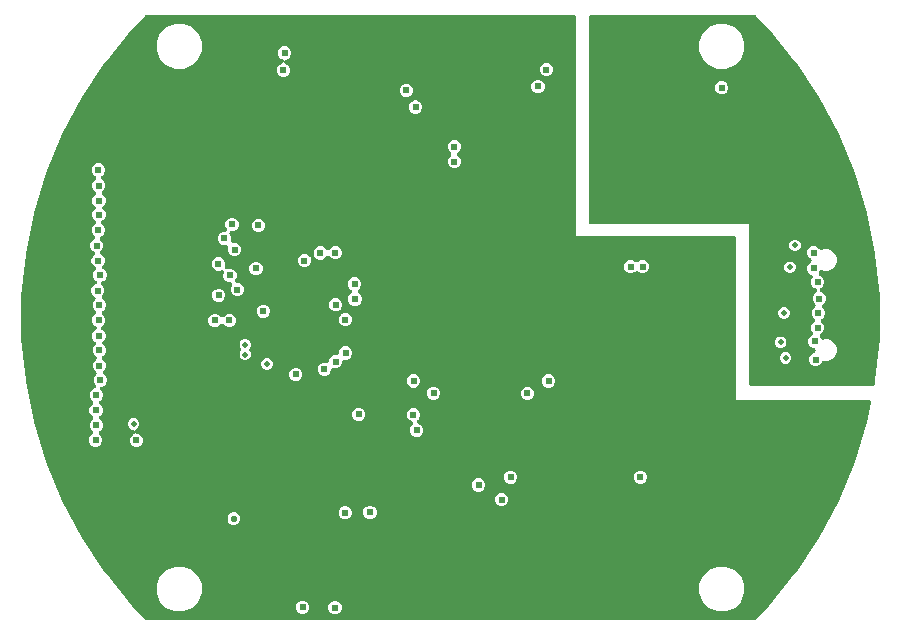
<source format=gbr>
G04 EAGLE Gerber RS-274X export*
G75*
%MOMM*%
%FSLAX34Y34*%
%LPD*%
%INCopper Layer 15*%
%IPPOS*%
%AMOC8*
5,1,8,0,0,1.08239X$1,22.5*%
G01*
%ADD10C,0.610000*%
%ADD11C,0.460000*%
%ADD12C,0.560000*%

G36*
X777500Y4008D02*
X777500Y4008D01*
X777570Y4006D01*
X777698Y4028D01*
X777828Y4041D01*
X777895Y4061D01*
X777964Y4073D01*
X778085Y4120D01*
X778210Y4159D01*
X778271Y4192D01*
X778336Y4218D01*
X778445Y4288D01*
X778560Y4350D01*
X778614Y4396D01*
X778672Y4433D01*
X778842Y4588D01*
X778865Y4608D01*
X778870Y4614D01*
X778878Y4621D01*
X789447Y15722D01*
X789478Y15761D01*
X789544Y15832D01*
X812062Y43270D01*
X812094Y43317D01*
X812179Y43427D01*
X831899Y72941D01*
X831926Y72991D01*
X832000Y73109D01*
X848732Y104413D01*
X848754Y104465D01*
X848816Y104590D01*
X862399Y137383D01*
X862416Y137438D01*
X862465Y137568D01*
X872769Y171535D01*
X872780Y171590D01*
X872817Y171725D01*
X876060Y188032D01*
X876063Y188058D01*
X876070Y188084D01*
X876082Y188256D01*
X876099Y188429D01*
X876096Y188456D01*
X876098Y188482D01*
X876075Y188654D01*
X876057Y188827D01*
X876050Y188852D01*
X876046Y188878D01*
X875990Y189042D01*
X875938Y189208D01*
X875925Y189231D01*
X875917Y189256D01*
X875829Y189406D01*
X875745Y189558D01*
X875728Y189578D01*
X875714Y189601D01*
X875599Y189730D01*
X875486Y189862D01*
X875466Y189878D01*
X875448Y189898D01*
X875309Y190002D01*
X875172Y190109D01*
X875149Y190121D01*
X875128Y190137D01*
X874971Y190210D01*
X874816Y190289D01*
X874790Y190296D01*
X874766Y190307D01*
X874598Y190348D01*
X874430Y190394D01*
X874404Y190395D01*
X874378Y190402D01*
X874100Y190421D01*
X761580Y190421D01*
X761580Y327122D01*
X761577Y327152D01*
X761580Y327183D01*
X761557Y327351D01*
X761541Y327520D01*
X761532Y327549D01*
X761528Y327579D01*
X761473Y327739D01*
X761422Y327901D01*
X761408Y327928D01*
X761398Y327957D01*
X761312Y328103D01*
X761231Y328252D01*
X761211Y328275D01*
X761196Y328301D01*
X761083Y328427D01*
X760973Y328557D01*
X760950Y328576D01*
X760929Y328599D01*
X760794Y328700D01*
X760660Y328805D01*
X760633Y328819D01*
X760609Y328837D01*
X760456Y328909D01*
X760304Y328986D01*
X760275Y328994D01*
X760248Y329007D01*
X760083Y329048D01*
X759919Y329093D01*
X759889Y329095D01*
X759860Y329102D01*
X759581Y329122D01*
X626968Y329122D01*
X626191Y329899D01*
X626191Y514000D01*
X626188Y514030D01*
X626190Y514060D01*
X626168Y514229D01*
X626151Y514397D01*
X626142Y514426D01*
X626138Y514456D01*
X626083Y514617D01*
X626033Y514779D01*
X626018Y514806D01*
X626008Y514834D01*
X625923Y514980D01*
X625841Y515129D01*
X625822Y515153D01*
X625806Y515179D01*
X625693Y515305D01*
X625584Y515435D01*
X625560Y515454D01*
X625540Y515476D01*
X625404Y515577D01*
X625271Y515683D01*
X625244Y515697D01*
X625219Y515715D01*
X625066Y515787D01*
X624915Y515864D01*
X624885Y515872D01*
X624858Y515885D01*
X624693Y515925D01*
X624530Y515970D01*
X624499Y515973D01*
X624470Y515980D01*
X624192Y515999D01*
X262569Y515999D01*
X262500Y515992D01*
X262430Y515994D01*
X262302Y515972D01*
X262172Y515959D01*
X262105Y515939D01*
X262036Y515927D01*
X261915Y515880D01*
X261790Y515841D01*
X261729Y515808D01*
X261664Y515782D01*
X261554Y515712D01*
X261440Y515650D01*
X261387Y515605D01*
X261328Y515567D01*
X261158Y515412D01*
X261135Y515392D01*
X261130Y515386D01*
X261122Y515379D01*
X250553Y504278D01*
X250522Y504238D01*
X250456Y504168D01*
X227938Y476730D01*
X227906Y476683D01*
X227821Y476572D01*
X208101Y447059D01*
X208074Y447009D01*
X208000Y446891D01*
X191268Y415587D01*
X191246Y415535D01*
X191184Y415410D01*
X177601Y382617D01*
X177595Y382598D01*
X177587Y382582D01*
X177574Y382535D01*
X177535Y382432D01*
X167231Y348465D01*
X167220Y348410D01*
X167183Y348275D01*
X160258Y313462D01*
X160253Y313405D01*
X160230Y313268D01*
X156751Y277944D01*
X156751Y277887D01*
X156741Y277748D01*
X156741Y242252D01*
X156747Y242196D01*
X156751Y242056D01*
X160230Y206732D01*
X160241Y206677D01*
X160258Y206538D01*
X167183Y171725D01*
X167200Y171671D01*
X167231Y171535D01*
X177535Y137568D01*
X177556Y137516D01*
X177601Y137383D01*
X191184Y104590D01*
X191211Y104540D01*
X191268Y104413D01*
X208000Y73109D01*
X208032Y73061D01*
X208101Y72941D01*
X227821Y43428D01*
X227857Y43384D01*
X227938Y43270D01*
X250456Y15832D01*
X250492Y15796D01*
X250553Y15722D01*
X261122Y4621D01*
X261175Y4576D01*
X261221Y4524D01*
X261326Y4446D01*
X261424Y4361D01*
X261485Y4327D01*
X261542Y4285D01*
X261659Y4230D01*
X261773Y4166D01*
X261840Y4145D01*
X261903Y4115D01*
X262030Y4084D01*
X262154Y4044D01*
X262223Y4037D01*
X262291Y4020D01*
X262520Y4004D01*
X262551Y4001D01*
X262558Y4002D01*
X262569Y4001D01*
X777431Y4001D01*
X777500Y4008D01*
G37*
G36*
X877239Y202041D02*
X877239Y202041D01*
X877273Y202039D01*
X877438Y202061D01*
X877603Y202077D01*
X877636Y202087D01*
X877669Y202092D01*
X877826Y202146D01*
X877985Y202195D01*
X878014Y202212D01*
X878047Y202223D01*
X878189Y202307D01*
X878335Y202387D01*
X878361Y202409D01*
X878390Y202426D01*
X878514Y202537D01*
X878640Y202644D01*
X878662Y202671D01*
X878687Y202694D01*
X878785Y202827D01*
X878889Y202957D01*
X878904Y202988D01*
X878924Y203015D01*
X878994Y203166D01*
X879069Y203314D01*
X879079Y203346D01*
X879093Y203377D01*
X879166Y203647D01*
X879742Y206538D01*
X879747Y206595D01*
X879770Y206732D01*
X883249Y242056D01*
X883249Y242113D01*
X883259Y242252D01*
X883259Y277748D01*
X883253Y277804D01*
X883249Y277944D01*
X879770Y313268D01*
X879759Y313323D01*
X879742Y313462D01*
X872817Y348275D01*
X872800Y348329D01*
X872769Y348465D01*
X862465Y382432D01*
X862444Y382484D01*
X862399Y382617D01*
X848816Y415410D01*
X848789Y415460D01*
X848732Y415587D01*
X832000Y446891D01*
X831968Y446939D01*
X831899Y447059D01*
X812179Y476572D01*
X812143Y476616D01*
X812062Y476730D01*
X789544Y504168D01*
X789508Y504204D01*
X789447Y504278D01*
X778878Y515379D01*
X778825Y515424D01*
X778779Y515476D01*
X778674Y515554D01*
X778576Y515639D01*
X778515Y515673D01*
X778458Y515715D01*
X778341Y515770D01*
X778227Y515834D01*
X778160Y515855D01*
X778097Y515885D01*
X777970Y515916D01*
X777846Y515956D01*
X777777Y515963D01*
X777709Y515980D01*
X777480Y515996D01*
X777449Y515999D01*
X777442Y515998D01*
X777431Y515999D01*
X639114Y515999D01*
X639084Y515996D01*
X639054Y515998D01*
X638885Y515976D01*
X638716Y515959D01*
X638688Y515950D01*
X638658Y515946D01*
X638497Y515891D01*
X638335Y515841D01*
X638308Y515827D01*
X638280Y515817D01*
X638134Y515731D01*
X637984Y515650D01*
X637961Y515630D01*
X637935Y515615D01*
X637809Y515502D01*
X637679Y515392D01*
X637660Y515369D01*
X637638Y515348D01*
X637536Y515212D01*
X637431Y515079D01*
X637417Y515052D01*
X637399Y515028D01*
X637327Y514875D01*
X637250Y514723D01*
X637242Y514694D01*
X637229Y514667D01*
X637189Y514501D01*
X637143Y514338D01*
X637141Y514308D01*
X637134Y514279D01*
X637115Y514000D01*
X637115Y340843D01*
X637118Y340813D01*
X637116Y340782D01*
X637138Y340614D01*
X637155Y340445D01*
X637163Y340416D01*
X637167Y340386D01*
X637222Y340226D01*
X637273Y340064D01*
X637287Y340037D01*
X637297Y340009D01*
X637383Y339863D01*
X637464Y339713D01*
X637484Y339690D01*
X637499Y339664D01*
X637612Y339538D01*
X637722Y339408D01*
X637745Y339389D01*
X637766Y339367D01*
X637902Y339265D01*
X638035Y339160D01*
X638062Y339146D01*
X638086Y339128D01*
X638239Y339056D01*
X638391Y338979D01*
X638420Y338971D01*
X638447Y338958D01*
X638612Y338918D01*
X638776Y338872D01*
X638806Y338870D01*
X638835Y338863D01*
X639114Y338844D01*
X772531Y338844D01*
X772531Y204037D01*
X772534Y204007D01*
X772532Y203976D01*
X772554Y203808D01*
X772571Y203639D01*
X772580Y203610D01*
X772584Y203580D01*
X772639Y203420D01*
X772689Y203258D01*
X772703Y203231D01*
X772713Y203202D01*
X772799Y203056D01*
X772880Y202907D01*
X772900Y202884D01*
X772915Y202858D01*
X773029Y202732D01*
X773138Y202602D01*
X773162Y202583D01*
X773182Y202560D01*
X773318Y202459D01*
X773451Y202354D01*
X773478Y202340D01*
X773502Y202322D01*
X773656Y202250D01*
X773807Y202173D01*
X773836Y202165D01*
X773864Y202152D01*
X774029Y202111D01*
X774192Y202066D01*
X774222Y202064D01*
X774252Y202057D01*
X774530Y202037D01*
X877206Y202037D01*
X877239Y202041D01*
G37*
%LPC*%
G36*
X218508Y150662D02*
X218508Y150662D01*
X216454Y151513D01*
X214881Y153086D01*
X214030Y155141D01*
X214030Y157365D01*
X214881Y159420D01*
X216728Y161267D01*
X216744Y161280D01*
X216761Y161301D01*
X216782Y161319D01*
X216887Y161456D01*
X216996Y161590D01*
X217008Y161614D01*
X217025Y161636D01*
X217101Y161791D01*
X217181Y161944D01*
X217189Y161970D01*
X217201Y161994D01*
X217244Y162161D01*
X217292Y162328D01*
X217294Y162355D01*
X217301Y162381D01*
X217311Y162553D01*
X217325Y162726D01*
X217322Y162753D01*
X217323Y162780D01*
X217298Y162950D01*
X217278Y163122D01*
X217269Y163148D01*
X217265Y163175D01*
X217207Y163337D01*
X217153Y163502D01*
X217139Y163525D01*
X217130Y163551D01*
X217041Y163698D01*
X216955Y163849D01*
X216937Y163869D01*
X216923Y163892D01*
X216740Y164103D01*
X215239Y165604D01*
X214387Y167659D01*
X214387Y169883D01*
X215239Y171938D01*
X216962Y173661D01*
X216981Y173684D01*
X217004Y173704D01*
X217107Y173839D01*
X217215Y173970D01*
X217229Y173997D01*
X217247Y174021D01*
X217322Y174174D01*
X217401Y174324D01*
X217409Y174353D01*
X217423Y174380D01*
X217465Y174544D01*
X217513Y174707D01*
X217516Y174737D01*
X217523Y174766D01*
X217533Y174935D01*
X217547Y175105D01*
X217544Y175135D01*
X217545Y175165D01*
X217521Y175333D01*
X217501Y175502D01*
X217492Y175530D01*
X217487Y175560D01*
X217430Y175721D01*
X217377Y175881D01*
X217362Y175908D01*
X217352Y175936D01*
X217264Y176081D01*
X217180Y176229D01*
X217161Y176252D01*
X217145Y176278D01*
X216962Y176488D01*
X215194Y178256D01*
X214343Y180311D01*
X214343Y182535D01*
X215194Y184590D01*
X216968Y186364D01*
X217095Y186469D01*
X217106Y186483D01*
X217119Y186495D01*
X217231Y186638D01*
X217345Y186780D01*
X217353Y186796D01*
X217364Y186810D01*
X217445Y186973D01*
X217529Y187135D01*
X217534Y187152D01*
X217542Y187168D01*
X217589Y187344D01*
X217639Y187519D01*
X217640Y187537D01*
X217645Y187554D01*
X217656Y187735D01*
X217670Y187917D01*
X217668Y187935D01*
X217669Y187952D01*
X217643Y188132D01*
X217621Y188314D01*
X217615Y188331D01*
X217613Y188348D01*
X217552Y188519D01*
X217494Y188693D01*
X217486Y188708D01*
X217480Y188725D01*
X217386Y188881D01*
X217295Y189039D01*
X217283Y189052D01*
X217274Y189067D01*
X217212Y189135D01*
X217078Y189289D01*
X217044Y189323D01*
X217031Y189338D01*
X217024Y189344D01*
X215224Y191143D01*
X214373Y193198D01*
X214373Y195422D01*
X215224Y197477D01*
X216797Y199050D01*
X218934Y199935D01*
X218954Y199945D01*
X218975Y199952D01*
X219130Y200040D01*
X219286Y200124D01*
X219303Y200138D01*
X219323Y200149D01*
X219456Y200265D01*
X219593Y200379D01*
X219607Y200396D01*
X219624Y200411D01*
X219732Y200552D01*
X219843Y200690D01*
X219854Y200710D01*
X219868Y200728D01*
X219946Y200887D01*
X220027Y201045D01*
X220033Y201066D01*
X220043Y201087D01*
X220088Y201259D01*
X220137Y201429D01*
X220138Y201451D01*
X220144Y201473D01*
X220154Y201650D01*
X220167Y201827D01*
X220165Y201850D01*
X220166Y201872D01*
X220140Y202047D01*
X220119Y202223D01*
X220111Y202245D01*
X220108Y202267D01*
X220048Y202434D01*
X219992Y202602D01*
X219980Y202622D01*
X219973Y202643D01*
X219881Y202795D01*
X219792Y202948D01*
X219777Y202965D01*
X219766Y202985D01*
X219582Y203195D01*
X218770Y204008D01*
X217919Y206063D01*
X217919Y208287D01*
X218770Y210342D01*
X219778Y211349D01*
X219797Y211373D01*
X219820Y211393D01*
X219923Y211527D01*
X220031Y211659D01*
X220045Y211686D01*
X220063Y211710D01*
X220138Y211862D01*
X220217Y212012D01*
X220226Y212041D01*
X220239Y212068D01*
X220282Y212232D01*
X220329Y212395D01*
X220332Y212426D01*
X220340Y212455D01*
X220349Y212624D01*
X220363Y212793D01*
X220360Y212824D01*
X220361Y212854D01*
X220337Y213022D01*
X220317Y213190D01*
X220308Y213219D01*
X220304Y213249D01*
X220246Y213409D01*
X220194Y213570D01*
X220179Y213596D01*
X220168Y213625D01*
X220080Y213769D01*
X219997Y213917D01*
X219977Y213940D01*
X219961Y213966D01*
X219778Y214177D01*
X217965Y215989D01*
X217114Y218044D01*
X217114Y220268D01*
X217965Y222323D01*
X219555Y223913D01*
X219647Y223964D01*
X219810Y224052D01*
X219822Y224061D01*
X219835Y224069D01*
X219975Y224189D01*
X220117Y224307D01*
X220127Y224319D01*
X220138Y224328D01*
X220252Y224474D01*
X220368Y224618D01*
X220375Y224631D01*
X220384Y224643D01*
X220466Y224809D01*
X220551Y224973D01*
X220555Y224987D01*
X220562Y225001D01*
X220610Y225178D01*
X220661Y225357D01*
X220662Y225372D01*
X220666Y225387D01*
X220677Y225568D01*
X220692Y225755D01*
X220690Y225770D01*
X220691Y225785D01*
X220665Y225967D01*
X220643Y226151D01*
X220638Y226166D01*
X220636Y226181D01*
X220575Y226355D01*
X220516Y226530D01*
X220508Y226543D01*
X220503Y226558D01*
X220409Y226716D01*
X220317Y226876D01*
X220307Y226888D01*
X220299Y226901D01*
X220175Y227037D01*
X220052Y227176D01*
X220040Y227185D01*
X220030Y227196D01*
X219882Y227305D01*
X219734Y227417D01*
X219720Y227423D01*
X219708Y227432D01*
X219458Y227557D01*
X219449Y227561D01*
X217876Y229133D01*
X217025Y231188D01*
X217025Y233412D01*
X217876Y235467D01*
X219197Y236788D01*
X219216Y236812D01*
X219239Y236831D01*
X219342Y236966D01*
X219450Y237097D01*
X219464Y237124D01*
X219482Y237148D01*
X219557Y237300D01*
X219636Y237451D01*
X219644Y237480D01*
X219658Y237507D01*
X219700Y237671D01*
X219748Y237834D01*
X219751Y237864D01*
X219758Y237893D01*
X219768Y238062D01*
X219782Y238232D01*
X219779Y238262D01*
X219780Y238292D01*
X219756Y238460D01*
X219736Y238629D01*
X219727Y238657D01*
X219722Y238687D01*
X219665Y238847D01*
X219612Y239008D01*
X219597Y239035D01*
X219587Y239063D01*
X219499Y239208D01*
X219416Y239356D01*
X219396Y239379D01*
X219380Y239405D01*
X219197Y239615D01*
X217608Y241204D01*
X216757Y243259D01*
X216757Y245483D01*
X217608Y247538D01*
X219180Y249111D01*
X219227Y249130D01*
X219240Y249137D01*
X219255Y249142D01*
X219416Y249232D01*
X219579Y249319D01*
X219590Y249329D01*
X219604Y249336D01*
X219744Y249457D01*
X219886Y249574D01*
X219895Y249586D01*
X219907Y249596D01*
X220021Y249742D01*
X220136Y249885D01*
X220143Y249899D01*
X220153Y249911D01*
X220236Y250077D01*
X220320Y250240D01*
X220324Y250255D01*
X220331Y250268D01*
X220379Y250447D01*
X220430Y250624D01*
X220431Y250639D01*
X220435Y250654D01*
X220446Y250839D01*
X220460Y251022D01*
X220459Y251037D01*
X220460Y251053D01*
X220434Y251235D01*
X220412Y251419D01*
X220407Y251433D01*
X220405Y251448D01*
X220344Y251622D01*
X220285Y251798D01*
X220277Y251811D01*
X220272Y251825D01*
X220178Y251983D01*
X220085Y252144D01*
X220075Y252155D01*
X220068Y252168D01*
X219943Y252305D01*
X219821Y252443D01*
X219809Y252452D01*
X219799Y252463D01*
X219650Y252572D01*
X219503Y252684D01*
X219489Y252691D01*
X219477Y252700D01*
X219227Y252824D01*
X218912Y252955D01*
X217340Y254527D01*
X216488Y256582D01*
X216488Y258806D01*
X217340Y260861D01*
X218912Y262434D01*
X219036Y262485D01*
X219056Y262496D01*
X219077Y262503D01*
X219231Y262590D01*
X219388Y262674D01*
X219405Y262688D01*
X219425Y262700D01*
X219558Y262815D01*
X219695Y262929D01*
X219709Y262947D01*
X219726Y262962D01*
X219834Y263102D01*
X219945Y263240D01*
X219956Y263260D01*
X219970Y263278D01*
X220048Y263438D01*
X220129Y263595D01*
X220135Y263617D01*
X220145Y263637D01*
X220190Y263808D01*
X220238Y263979D01*
X220240Y264002D01*
X220246Y264024D01*
X220256Y264199D01*
X220269Y264377D01*
X220267Y264400D01*
X220268Y264422D01*
X220242Y264597D01*
X220220Y264774D01*
X220213Y264795D01*
X220210Y264818D01*
X220150Y264985D01*
X220094Y265152D01*
X220082Y265172D01*
X220075Y265193D01*
X219983Y265345D01*
X219894Y265498D01*
X219879Y265516D01*
X219867Y265535D01*
X219684Y265746D01*
X217991Y267439D01*
X217140Y269494D01*
X217140Y271718D01*
X217991Y273773D01*
X218910Y274692D01*
X218925Y274709D01*
X218942Y274724D01*
X219051Y274864D01*
X219163Y275001D01*
X219174Y275021D01*
X219188Y275039D01*
X219267Y275198D01*
X219349Y275354D01*
X219356Y275376D01*
X219366Y275396D01*
X219412Y275568D01*
X219462Y275738D01*
X219464Y275760D01*
X219470Y275782D01*
X219481Y275958D01*
X219496Y276136D01*
X219493Y276158D01*
X219494Y276181D01*
X219470Y276356D01*
X219450Y276532D01*
X219443Y276554D01*
X219440Y276577D01*
X219381Y276744D01*
X219326Y276912D01*
X219315Y276932D01*
X219307Y276953D01*
X219216Y277105D01*
X219129Y277260D01*
X219114Y277277D01*
X219102Y277296D01*
X218984Y277427D01*
X218867Y277561D01*
X218849Y277575D01*
X218834Y277592D01*
X218691Y277696D01*
X218550Y277804D01*
X218530Y277814D01*
X218511Y277828D01*
X218262Y277952D01*
X218169Y277991D01*
X216596Y279563D01*
X215745Y281618D01*
X215745Y283842D01*
X216596Y285897D01*
X218169Y287470D01*
X219324Y287948D01*
X219344Y287959D01*
X219365Y287966D01*
X219519Y288053D01*
X219676Y288137D01*
X219693Y288152D01*
X219713Y288163D01*
X219846Y288279D01*
X219983Y288392D01*
X219997Y288410D01*
X220014Y288425D01*
X220122Y288565D01*
X220234Y288703D01*
X220244Y288724D01*
X220258Y288742D01*
X220336Y288901D01*
X220417Y289058D01*
X220423Y289080D01*
X220433Y289100D01*
X220478Y289271D01*
X220527Y289442D01*
X220528Y289465D01*
X220534Y289487D01*
X220544Y289663D01*
X220558Y289841D01*
X220555Y289863D01*
X220556Y289886D01*
X220530Y290060D01*
X220509Y290237D01*
X220501Y290259D01*
X220498Y290281D01*
X220438Y290447D01*
X220382Y290616D01*
X220371Y290636D01*
X220363Y290657D01*
X220271Y290808D01*
X220182Y290962D01*
X220167Y290979D01*
X220156Y290998D01*
X219972Y291209D01*
X218420Y292761D01*
X217569Y294816D01*
X217569Y297040D01*
X218420Y299095D01*
X219414Y300089D01*
X219429Y300106D01*
X219446Y300121D01*
X219555Y300261D01*
X219667Y300398D01*
X219678Y300418D01*
X219692Y300436D01*
X219771Y300595D01*
X219853Y300751D01*
X219860Y300773D01*
X219870Y300794D01*
X219916Y300964D01*
X219966Y301135D01*
X219968Y301157D01*
X219974Y301179D01*
X219984Y301355D01*
X220000Y301533D01*
X219997Y301555D01*
X219998Y301578D01*
X219974Y301753D01*
X219954Y301929D01*
X219947Y301951D01*
X219944Y301974D01*
X219885Y302141D01*
X219830Y302309D01*
X219819Y302329D01*
X219811Y302350D01*
X219720Y302503D01*
X219633Y302657D01*
X219618Y302674D01*
X219606Y302693D01*
X219487Y302825D01*
X219371Y302958D01*
X219353Y302972D01*
X219338Y302989D01*
X219194Y303094D01*
X219054Y303202D01*
X219034Y303212D01*
X219016Y303225D01*
X218766Y303350D01*
X218465Y303474D01*
X216893Y305047D01*
X216041Y307102D01*
X216041Y309326D01*
X216893Y311381D01*
X218284Y312772D01*
X218299Y312790D01*
X218316Y312805D01*
X218425Y312945D01*
X218537Y313082D01*
X218548Y313102D01*
X218562Y313120D01*
X218641Y313278D01*
X218723Y313435D01*
X218730Y313457D01*
X218740Y313477D01*
X218786Y313648D01*
X218836Y313818D01*
X218838Y313841D01*
X218844Y313863D01*
X218855Y314039D01*
X218870Y314216D01*
X218867Y314239D01*
X218869Y314261D01*
X218844Y314437D01*
X218824Y314613D01*
X218817Y314635D01*
X218814Y314657D01*
X218755Y314825D01*
X218700Y314993D01*
X218689Y315012D01*
X218681Y315034D01*
X218590Y315186D01*
X218503Y315340D01*
X218488Y315357D01*
X218477Y315377D01*
X218357Y315508D01*
X218241Y315642D01*
X218223Y315656D01*
X218208Y315672D01*
X218065Y315777D01*
X217924Y315885D01*
X217904Y315895D01*
X217886Y315909D01*
X217636Y316033D01*
X217303Y316171D01*
X215730Y317744D01*
X214879Y319799D01*
X214879Y322023D01*
X215730Y324077D01*
X217303Y325650D01*
X218015Y325945D01*
X218035Y325956D01*
X218057Y325963D01*
X218211Y326050D01*
X218367Y326134D01*
X218385Y326149D01*
X218404Y326160D01*
X218538Y326276D01*
X218674Y326389D01*
X218689Y326407D01*
X218706Y326422D01*
X218814Y326563D01*
X218925Y326700D01*
X218935Y326720D01*
X218949Y326739D01*
X219027Y326898D01*
X219108Y327055D01*
X219115Y327077D01*
X219125Y327097D01*
X219169Y327268D01*
X219218Y327439D01*
X219220Y327462D01*
X219225Y327484D01*
X219235Y327660D01*
X219249Y327837D01*
X219246Y327860D01*
X219247Y327883D01*
X219222Y328057D01*
X219200Y328234D01*
X219193Y328255D01*
X219189Y328278D01*
X219129Y328445D01*
X219073Y328613D01*
X219062Y328632D01*
X219054Y328654D01*
X218962Y328805D01*
X218874Y328959D01*
X218859Y328976D01*
X218847Y328995D01*
X218664Y329206D01*
X217071Y330798D01*
X216220Y332853D01*
X216220Y335077D01*
X217071Y337132D01*
X218644Y338705D01*
X218787Y338764D01*
X218807Y338775D01*
X218829Y338782D01*
X218983Y338869D01*
X219139Y338953D01*
X219157Y338968D01*
X219176Y338979D01*
X219310Y339095D01*
X219446Y339208D01*
X219461Y339226D01*
X219478Y339241D01*
X219586Y339381D01*
X219697Y339519D01*
X219707Y339540D01*
X219721Y339558D01*
X219799Y339716D01*
X219881Y339874D01*
X219887Y339896D01*
X219897Y339916D01*
X219941Y340087D01*
X219990Y340258D01*
X219992Y340281D01*
X219997Y340303D01*
X220007Y340479D01*
X220021Y340656D01*
X220018Y340679D01*
X220019Y340702D01*
X219994Y340877D01*
X219972Y341053D01*
X219965Y341074D01*
X219961Y341097D01*
X219901Y341264D01*
X219845Y341432D01*
X219834Y341451D01*
X219826Y341473D01*
X219734Y341624D01*
X219646Y341778D01*
X219631Y341795D01*
X219619Y341814D01*
X219436Y342025D01*
X217608Y343853D01*
X216757Y345908D01*
X216757Y348132D01*
X217608Y350187D01*
X218929Y351507D01*
X218948Y351531D01*
X218971Y351551D01*
X219074Y351685D01*
X219181Y351817D01*
X219195Y351843D01*
X219214Y351868D01*
X219288Y352020D01*
X219368Y352170D01*
X219376Y352199D01*
X219389Y352226D01*
X219432Y352390D01*
X219480Y352553D01*
X219483Y352584D01*
X219490Y352613D01*
X219499Y352781D01*
X219514Y352951D01*
X219510Y352982D01*
X219512Y353012D01*
X219488Y353179D01*
X219468Y353348D01*
X219459Y353377D01*
X219454Y353407D01*
X219397Y353566D01*
X219344Y353728D01*
X219329Y353754D01*
X219319Y353783D01*
X219231Y353927D01*
X219147Y354075D01*
X219127Y354098D01*
X219112Y354124D01*
X218929Y354335D01*
X217608Y355656D01*
X216757Y357710D01*
X216757Y359935D01*
X217608Y361989D01*
X219440Y363822D01*
X219455Y363840D01*
X219472Y363854D01*
X219581Y363994D01*
X219693Y364131D01*
X219704Y364151D01*
X219718Y364169D01*
X219797Y364328D01*
X219879Y364485D01*
X219886Y364506D01*
X219896Y364527D01*
X219942Y364698D01*
X219992Y364868D01*
X219994Y364891D01*
X220000Y364913D01*
X220011Y365089D01*
X220026Y365266D01*
X220023Y365289D01*
X220024Y365311D01*
X220000Y365486D01*
X219980Y365663D01*
X219973Y365684D01*
X219970Y365707D01*
X219911Y365874D01*
X219856Y366042D01*
X219845Y366062D01*
X219837Y366084D01*
X219746Y366235D01*
X219659Y366390D01*
X219644Y366407D01*
X219632Y366427D01*
X219514Y366557D01*
X219397Y366691D01*
X219379Y366705D01*
X219364Y366722D01*
X219229Y366821D01*
X217518Y368531D01*
X216667Y370586D01*
X216667Y372810D01*
X217518Y374865D01*
X219160Y376506D01*
X219184Y376519D01*
X219196Y376529D01*
X219209Y376537D01*
X219348Y376656D01*
X219491Y376775D01*
X219501Y376787D01*
X219512Y376796D01*
X219626Y376942D01*
X219742Y377086D01*
X219749Y377099D01*
X219758Y377111D01*
X219841Y377277D01*
X219925Y377440D01*
X219930Y377455D01*
X219936Y377469D01*
X219985Y377649D01*
X220035Y377825D01*
X220036Y377840D01*
X220040Y377855D01*
X220052Y378039D01*
X220066Y378223D01*
X220064Y378238D01*
X220065Y378253D01*
X220040Y378435D01*
X220017Y378619D01*
X220012Y378634D01*
X220010Y378649D01*
X219949Y378823D01*
X219890Y378998D01*
X219883Y379011D01*
X219878Y379026D01*
X219782Y379185D01*
X219691Y379344D01*
X219681Y379355D01*
X219673Y379369D01*
X219548Y379506D01*
X219427Y379644D01*
X219414Y379653D01*
X219404Y379664D01*
X219255Y379773D01*
X219108Y379885D01*
X219094Y379891D01*
X219082Y379900D01*
X218832Y380025D01*
X218644Y380103D01*
X217071Y381675D01*
X216220Y383730D01*
X216220Y385954D01*
X217071Y388009D01*
X218644Y389582D01*
X220699Y390433D01*
X222923Y390433D01*
X224978Y389582D01*
X226551Y388009D01*
X227402Y385954D01*
X227402Y383730D01*
X226551Y381675D01*
X224909Y380034D01*
X224885Y380021D01*
X224873Y380011D01*
X224860Y380004D01*
X224720Y379884D01*
X224578Y379766D01*
X224568Y379754D01*
X224556Y379744D01*
X224443Y379599D01*
X224327Y379455D01*
X224320Y379441D01*
X224311Y379429D01*
X224228Y379264D01*
X224143Y379100D01*
X224139Y379086D01*
X224132Y379072D01*
X224084Y378892D01*
X224034Y378716D01*
X224033Y378701D01*
X224029Y378686D01*
X224017Y378502D01*
X224003Y378318D01*
X224005Y378303D01*
X224004Y378287D01*
X224029Y378105D01*
X224052Y377922D01*
X224057Y377907D01*
X224059Y377892D01*
X224120Y377717D01*
X224179Y377543D01*
X224186Y377530D01*
X224191Y377515D01*
X224287Y377354D01*
X224378Y377197D01*
X224388Y377185D01*
X224396Y377172D01*
X224521Y377035D01*
X224642Y376897D01*
X224654Y376888D01*
X224665Y376877D01*
X224813Y376768D01*
X224961Y376656D01*
X224975Y376649D01*
X224987Y376640D01*
X225237Y376516D01*
X225425Y376438D01*
X226998Y374865D01*
X227849Y372810D01*
X227849Y370586D01*
X226998Y368531D01*
X225165Y366699D01*
X225151Y366681D01*
X225133Y366666D01*
X225024Y366527D01*
X224912Y366390D01*
X224901Y366369D01*
X224888Y366352D01*
X224809Y366193D01*
X224726Y366036D01*
X224719Y366015D01*
X224709Y365994D01*
X224663Y365823D01*
X224614Y365653D01*
X224612Y365630D01*
X224606Y365608D01*
X224595Y365431D01*
X224580Y365255D01*
X224582Y365232D01*
X224581Y365210D01*
X224605Y365035D01*
X224626Y364858D01*
X224633Y364837D01*
X224636Y364814D01*
X224695Y364647D01*
X224749Y364479D01*
X224761Y364459D01*
X224768Y364437D01*
X224859Y364285D01*
X224946Y364131D01*
X224961Y364114D01*
X224973Y364094D01*
X225092Y363964D01*
X225208Y363830D01*
X225226Y363816D01*
X225242Y363799D01*
X225376Y363700D01*
X227087Y361989D01*
X227938Y359935D01*
X227938Y357710D01*
X227087Y355656D01*
X225766Y354335D01*
X225747Y354311D01*
X225724Y354292D01*
X225621Y354157D01*
X225513Y354026D01*
X225499Y353999D01*
X225481Y353975D01*
X225406Y353823D01*
X225327Y353672D01*
X225318Y353643D01*
X225305Y353616D01*
X225263Y353453D01*
X225215Y353289D01*
X225212Y353259D01*
X225204Y353230D01*
X225195Y353061D01*
X225181Y352891D01*
X225184Y352861D01*
X225183Y352831D01*
X225207Y352663D01*
X225227Y352494D01*
X225236Y352465D01*
X225240Y352435D01*
X225298Y352276D01*
X225351Y352115D01*
X225365Y352088D01*
X225376Y352060D01*
X225464Y351915D01*
X225547Y351767D01*
X225567Y351744D01*
X225583Y351718D01*
X225766Y351507D01*
X227087Y350187D01*
X227938Y348132D01*
X227938Y345908D01*
X227087Y343853D01*
X225514Y342280D01*
X225371Y342221D01*
X225351Y342210D01*
X225329Y342203D01*
X225175Y342116D01*
X225019Y342032D01*
X225002Y342017D01*
X224982Y342006D01*
X224848Y341890D01*
X224712Y341777D01*
X224698Y341759D01*
X224680Y341744D01*
X224572Y341603D01*
X224461Y341466D01*
X224451Y341446D01*
X224437Y341427D01*
X224359Y341268D01*
X224278Y341111D01*
X224272Y341089D01*
X224262Y341069D01*
X224217Y340897D01*
X224168Y340727D01*
X224167Y340704D01*
X224161Y340682D01*
X224151Y340506D01*
X224137Y340329D01*
X224140Y340306D01*
X224139Y340283D01*
X224165Y340108D01*
X224186Y339932D01*
X224193Y339911D01*
X224197Y339888D01*
X224257Y339721D01*
X224313Y339553D01*
X224324Y339534D01*
X224332Y339512D01*
X224424Y339361D01*
X224512Y339207D01*
X224528Y339190D01*
X224539Y339171D01*
X224722Y338960D01*
X226551Y337132D01*
X227402Y335077D01*
X227402Y332853D01*
X226551Y330798D01*
X224978Y329226D01*
X224266Y328931D01*
X224246Y328920D01*
X224224Y328913D01*
X224070Y328826D01*
X223914Y328742D01*
X223896Y328727D01*
X223877Y328716D01*
X223743Y328600D01*
X223606Y328487D01*
X223592Y328469D01*
X223575Y328454D01*
X223467Y328314D01*
X223356Y328175D01*
X223346Y328155D01*
X223332Y328137D01*
X223254Y327978D01*
X223172Y327821D01*
X223166Y327799D01*
X223156Y327778D01*
X223112Y327608D01*
X223063Y327437D01*
X223061Y327414D01*
X223055Y327392D01*
X223046Y327216D01*
X223032Y327038D01*
X223035Y327016D01*
X223034Y326993D01*
X223059Y326818D01*
X223081Y326642D01*
X223088Y326620D01*
X223091Y326598D01*
X223151Y326431D01*
X223208Y326263D01*
X223219Y326243D01*
X223227Y326222D01*
X223318Y326071D01*
X223407Y325917D01*
X223422Y325900D01*
X223434Y325881D01*
X223617Y325670D01*
X225209Y324078D01*
X226061Y322023D01*
X226061Y319799D01*
X225209Y317744D01*
X223818Y316352D01*
X223803Y316334D01*
X223786Y316319D01*
X223677Y316180D01*
X223565Y316043D01*
X223554Y316023D01*
X223540Y316005D01*
X223461Y315846D01*
X223379Y315689D01*
X223372Y315667D01*
X223362Y315647D01*
X223316Y315476D01*
X223266Y315306D01*
X223264Y315283D01*
X223258Y315261D01*
X223247Y315085D01*
X223232Y314908D01*
X223235Y314885D01*
X223233Y314863D01*
X223258Y314687D01*
X223278Y314511D01*
X223285Y314490D01*
X223288Y314467D01*
X223347Y314299D01*
X223402Y314132D01*
X223413Y314112D01*
X223421Y314090D01*
X223512Y313938D01*
X223599Y313784D01*
X223614Y313767D01*
X223625Y313747D01*
X223745Y313616D01*
X223861Y313482D01*
X223879Y313469D01*
X223894Y313452D01*
X224037Y313347D01*
X224178Y313239D01*
X224198Y313229D01*
X224216Y313216D01*
X224466Y313091D01*
X224799Y312953D01*
X226372Y311381D01*
X227223Y309326D01*
X227223Y307102D01*
X226372Y305047D01*
X225378Y304053D01*
X225363Y304035D01*
X225346Y304020D01*
X225237Y303881D01*
X225125Y303744D01*
X225114Y303724D01*
X225100Y303706D01*
X225021Y303546D01*
X224939Y303390D01*
X224932Y303368D01*
X224922Y303348D01*
X224876Y303177D01*
X224826Y303007D01*
X224824Y302984D01*
X224819Y302962D01*
X224808Y302786D01*
X224792Y302609D01*
X224795Y302586D01*
X224794Y302564D01*
X224818Y302388D01*
X224838Y302212D01*
X224845Y302191D01*
X224848Y302168D01*
X224907Y302000D01*
X224962Y301832D01*
X224973Y301813D01*
X224981Y301791D01*
X225072Y301639D01*
X225159Y301485D01*
X225174Y301468D01*
X225186Y301448D01*
X225305Y301317D01*
X225421Y301183D01*
X225439Y301170D01*
X225454Y301153D01*
X225598Y301048D01*
X225738Y300940D01*
X225758Y300930D01*
X225777Y300917D01*
X226026Y300792D01*
X226327Y300668D01*
X227900Y299095D01*
X228751Y297040D01*
X228751Y294816D01*
X227900Y292761D01*
X226327Y291188D01*
X225172Y290710D01*
X225152Y290699D01*
X225130Y290692D01*
X224977Y290605D01*
X224820Y290521D01*
X224803Y290507D01*
X224783Y290495D01*
X224649Y290379D01*
X224513Y290266D01*
X224499Y290248D01*
X224481Y290233D01*
X224374Y290093D01*
X224262Y289955D01*
X224252Y289935D01*
X224238Y289917D01*
X224160Y289757D01*
X224079Y289600D01*
X224073Y289578D01*
X224063Y289558D01*
X224018Y289387D01*
X223969Y289216D01*
X223968Y289193D01*
X223962Y289171D01*
X223952Y288996D01*
X223938Y288818D01*
X223941Y288795D01*
X223940Y288773D01*
X223965Y288598D01*
X223987Y288421D01*
X223995Y288400D01*
X223998Y288377D01*
X224057Y288212D01*
X224114Y288043D01*
X224125Y288023D01*
X224133Y288002D01*
X224225Y287851D01*
X224313Y287697D01*
X224329Y287680D01*
X224340Y287660D01*
X224523Y287449D01*
X226076Y285897D01*
X226927Y283842D01*
X226927Y281618D01*
X226076Y279563D01*
X225157Y278644D01*
X225142Y278627D01*
X225125Y278612D01*
X225016Y278472D01*
X224904Y278335D01*
X224893Y278315D01*
X224879Y278297D01*
X224800Y278139D01*
X224717Y277982D01*
X224711Y277960D01*
X224701Y277940D01*
X224655Y277769D01*
X224605Y277599D01*
X224603Y277576D01*
X224597Y277554D01*
X224586Y277377D01*
X224571Y277201D01*
X224574Y277178D01*
X224572Y277155D01*
X224597Y276979D01*
X224617Y276804D01*
X224624Y276782D01*
X224627Y276760D01*
X224686Y276592D01*
X224741Y276424D01*
X224752Y276404D01*
X224760Y276383D01*
X224851Y276231D01*
X224938Y276077D01*
X224953Y276059D01*
X224964Y276040D01*
X225084Y275908D01*
X225200Y275775D01*
X225218Y275761D01*
X225233Y275744D01*
X225376Y275639D01*
X225516Y275532D01*
X225537Y275522D01*
X225555Y275508D01*
X225805Y275384D01*
X225898Y275345D01*
X227470Y273773D01*
X228321Y271718D01*
X228321Y269494D01*
X227470Y267439D01*
X225898Y265866D01*
X225774Y265815D01*
X225754Y265804D01*
X225733Y265797D01*
X225579Y265710D01*
X225422Y265626D01*
X225405Y265611D01*
X225385Y265600D01*
X225252Y265484D01*
X225115Y265371D01*
X225101Y265353D01*
X225084Y265338D01*
X224976Y265198D01*
X224865Y265060D01*
X224854Y265040D01*
X224840Y265022D01*
X224762Y264862D01*
X224681Y264705D01*
X224675Y264683D01*
X224665Y264663D01*
X224620Y264492D01*
X224571Y264321D01*
X224570Y264298D01*
X224564Y264276D01*
X224554Y264100D01*
X224541Y263923D01*
X224543Y263900D01*
X224542Y263877D01*
X224568Y263703D01*
X224589Y263526D01*
X224597Y263505D01*
X224600Y263482D01*
X224660Y263315D01*
X224716Y263147D01*
X224727Y263128D01*
X224735Y263106D01*
X224827Y262955D01*
X224916Y262801D01*
X224931Y262784D01*
X224942Y262765D01*
X225126Y262554D01*
X226819Y260861D01*
X227670Y258806D01*
X227670Y256582D01*
X226819Y254527D01*
X225246Y252955D01*
X225200Y252935D01*
X225186Y252928D01*
X225172Y252924D01*
X225010Y252834D01*
X224848Y252746D01*
X224836Y252737D01*
X224823Y252729D01*
X224682Y252609D01*
X224540Y252491D01*
X224531Y252480D01*
X224519Y252470D01*
X224404Y252322D01*
X224290Y252180D01*
X224283Y252167D01*
X224274Y252155D01*
X224191Y251988D01*
X224106Y251825D01*
X224102Y251811D01*
X224095Y251797D01*
X224047Y251618D01*
X223997Y251441D01*
X223996Y251426D01*
X223992Y251412D01*
X223980Y251227D01*
X223966Y251043D01*
X223968Y251028D01*
X223967Y251013D01*
X223992Y250829D01*
X224015Y250647D01*
X224020Y250632D01*
X224022Y250617D01*
X224083Y250444D01*
X224142Y250268D01*
X224149Y250255D01*
X224154Y250240D01*
X224249Y250082D01*
X224341Y249922D01*
X224351Y249910D01*
X224359Y249897D01*
X224483Y249761D01*
X224605Y249622D01*
X224617Y249613D01*
X224628Y249602D01*
X224776Y249493D01*
X224924Y249381D01*
X224938Y249375D01*
X224950Y249366D01*
X225200Y249241D01*
X225514Y249111D01*
X227087Y247538D01*
X227938Y245483D01*
X227938Y243259D01*
X227087Y241204D01*
X225766Y239884D01*
X225747Y239860D01*
X225724Y239840D01*
X225620Y239705D01*
X225513Y239574D01*
X225499Y239548D01*
X225481Y239524D01*
X225406Y239371D01*
X225327Y239221D01*
X225318Y239192D01*
X225305Y239165D01*
X225263Y239001D01*
X225215Y238838D01*
X225212Y238807D01*
X225204Y238778D01*
X225195Y238610D01*
X225181Y238440D01*
X225184Y238410D01*
X225183Y238379D01*
X225207Y238212D01*
X225227Y238043D01*
X225236Y238014D01*
X225240Y237984D01*
X225298Y237824D01*
X225351Y237663D01*
X225365Y237637D01*
X225376Y237608D01*
X225464Y237463D01*
X225547Y237316D01*
X225567Y237293D01*
X225583Y237267D01*
X225766Y237056D01*
X227355Y235467D01*
X228206Y233412D01*
X228206Y231188D01*
X227355Y229133D01*
X225765Y227543D01*
X225674Y227493D01*
X225511Y227405D01*
X225499Y227395D01*
X225486Y227388D01*
X225346Y227268D01*
X225203Y227150D01*
X225194Y227138D01*
X225182Y227128D01*
X225069Y226982D01*
X224953Y226839D01*
X224946Y226825D01*
X224937Y226813D01*
X224854Y226648D01*
X224769Y226484D01*
X224765Y226469D01*
X224758Y226456D01*
X224711Y226278D01*
X224660Y226100D01*
X224659Y226085D01*
X224655Y226070D01*
X224643Y225887D01*
X224629Y225702D01*
X224631Y225686D01*
X224630Y225671D01*
X224655Y225489D01*
X224678Y225305D01*
X224683Y225291D01*
X224685Y225276D01*
X224746Y225101D01*
X224804Y224926D01*
X224812Y224913D01*
X224817Y224899D01*
X224912Y224740D01*
X225004Y224580D01*
X225014Y224569D01*
X225022Y224556D01*
X225146Y224419D01*
X225268Y224281D01*
X225280Y224272D01*
X225291Y224260D01*
X225439Y224152D01*
X225587Y224040D01*
X225601Y224033D01*
X225613Y224024D01*
X225863Y223900D01*
X225872Y223896D01*
X227445Y222323D01*
X228296Y220268D01*
X228296Y218044D01*
X227445Y215989D01*
X226437Y214981D01*
X226418Y214958D01*
X226395Y214938D01*
X226291Y214803D01*
X226184Y214672D01*
X226170Y214646D01*
X226151Y214621D01*
X226077Y214469D01*
X225998Y214319D01*
X225989Y214290D01*
X225976Y214263D01*
X225933Y214099D01*
X225885Y213936D01*
X225883Y213905D01*
X225875Y213876D01*
X225866Y213707D01*
X225851Y213538D01*
X225855Y213507D01*
X225853Y213477D01*
X225878Y213309D01*
X225897Y213141D01*
X225907Y213112D01*
X225911Y213082D01*
X225969Y212922D01*
X226021Y212761D01*
X226036Y212735D01*
X226046Y212706D01*
X226134Y212561D01*
X226218Y212414D01*
X226238Y212391D01*
X226253Y212365D01*
X226437Y212154D01*
X228249Y210342D01*
X229100Y208287D01*
X229100Y206063D01*
X228249Y204008D01*
X226676Y202435D01*
X224540Y201550D01*
X224520Y201539D01*
X224498Y201532D01*
X224343Y201445D01*
X224188Y201361D01*
X224170Y201347D01*
X224151Y201335D01*
X224017Y201219D01*
X223881Y201106D01*
X223866Y201088D01*
X223849Y201073D01*
X223741Y200933D01*
X223630Y200795D01*
X223620Y200775D01*
X223606Y200757D01*
X223528Y200597D01*
X223446Y200440D01*
X223440Y200418D01*
X223430Y200398D01*
X223385Y200226D01*
X223337Y200056D01*
X223335Y200033D01*
X223330Y200011D01*
X223320Y199835D01*
X223306Y199658D01*
X223309Y199635D01*
X223308Y199612D01*
X223333Y199437D01*
X223355Y199261D01*
X223362Y199240D01*
X223366Y199217D01*
X223425Y199051D01*
X223482Y198883D01*
X223493Y198863D01*
X223501Y198841D01*
X223593Y198690D01*
X223681Y198536D01*
X223696Y198519D01*
X223708Y198500D01*
X223891Y198289D01*
X224704Y197477D01*
X225555Y195422D01*
X225555Y193198D01*
X224704Y191143D01*
X222929Y189369D01*
X222803Y189264D01*
X222792Y189250D01*
X222778Y189239D01*
X222667Y189095D01*
X222552Y188953D01*
X222544Y188937D01*
X222533Y188923D01*
X222452Y188760D01*
X222368Y188598D01*
X222364Y188581D01*
X222356Y188565D01*
X222309Y188389D01*
X222259Y188214D01*
X222257Y188196D01*
X222253Y188179D01*
X222242Y187997D01*
X222228Y187816D01*
X222230Y187798D01*
X222229Y187781D01*
X222254Y187601D01*
X222276Y187419D01*
X222282Y187403D01*
X222284Y187385D01*
X222345Y187214D01*
X222403Y187041D01*
X222412Y187025D01*
X222418Y187009D01*
X222512Y186852D01*
X222602Y186694D01*
X222614Y186681D01*
X222623Y186666D01*
X222686Y186597D01*
X222819Y186444D01*
X222853Y186410D01*
X222866Y186395D01*
X222874Y186389D01*
X224673Y184590D01*
X225524Y182535D01*
X225524Y180311D01*
X224673Y178256D01*
X222950Y176533D01*
X222931Y176510D01*
X222908Y176490D01*
X222805Y176355D01*
X222697Y176224D01*
X222683Y176197D01*
X222664Y176173D01*
X222590Y176021D01*
X222511Y175870D01*
X222502Y175841D01*
X222489Y175814D01*
X222446Y175650D01*
X222398Y175487D01*
X222396Y175457D01*
X222388Y175428D01*
X222379Y175259D01*
X222365Y175089D01*
X222368Y175059D01*
X222366Y175029D01*
X222391Y174861D01*
X222410Y174692D01*
X222420Y174664D01*
X222424Y174634D01*
X222482Y174474D01*
X222534Y174313D01*
X222549Y174286D01*
X222559Y174258D01*
X222647Y174113D01*
X222731Y173965D01*
X222751Y173942D01*
X222767Y173916D01*
X222950Y173706D01*
X224718Y171938D01*
X225569Y169883D01*
X225569Y167659D01*
X224718Y165604D01*
X222871Y163757D01*
X222855Y163744D01*
X222837Y163723D01*
X222817Y163705D01*
X222712Y163568D01*
X222603Y163434D01*
X222590Y163410D01*
X222574Y163388D01*
X222498Y163233D01*
X222418Y163080D01*
X222410Y163054D01*
X222398Y163029D01*
X222355Y162863D01*
X222306Y162696D01*
X222304Y162669D01*
X222297Y162643D01*
X222288Y162470D01*
X222274Y162298D01*
X222277Y162271D01*
X222276Y162244D01*
X222300Y162074D01*
X222321Y161901D01*
X222329Y161875D01*
X222333Y161849D01*
X222392Y161687D01*
X222446Y161522D01*
X222459Y161498D01*
X222469Y161473D01*
X222558Y161326D01*
X222644Y161175D01*
X222662Y161155D01*
X222676Y161132D01*
X222859Y160921D01*
X224360Y159420D01*
X225211Y157365D01*
X225211Y155141D01*
X224360Y153086D01*
X222787Y151513D01*
X220733Y150662D01*
X218508Y150662D01*
G37*
%LPD*%
%LPC*%
G36*
X827930Y218794D02*
X827930Y218794D01*
X825875Y219645D01*
X824303Y221218D01*
X823452Y223273D01*
X823452Y225497D01*
X824303Y227552D01*
X825875Y229125D01*
X827865Y229949D01*
X827898Y229967D01*
X827934Y229979D01*
X828074Y230061D01*
X828217Y230138D01*
X828246Y230162D01*
X828279Y230181D01*
X828399Y230289D01*
X828524Y230393D01*
X828548Y230422D01*
X828576Y230448D01*
X828673Y230578D01*
X828775Y230704D01*
X828792Y230738D01*
X828815Y230768D01*
X828884Y230914D01*
X828958Y231059D01*
X828969Y231095D01*
X828985Y231129D01*
X829023Y231286D01*
X829068Y231443D01*
X829071Y231481D01*
X829080Y231517D01*
X829099Y231796D01*
X829099Y232253D01*
X829096Y232283D01*
X829098Y232313D01*
X829076Y232481D01*
X829059Y232650D01*
X829050Y232679D01*
X829046Y232709D01*
X828991Y232869D01*
X828941Y233032D01*
X828927Y233058D01*
X828917Y233087D01*
X828831Y233233D01*
X828750Y233382D01*
X828730Y233405D01*
X828715Y233431D01*
X828602Y233558D01*
X828492Y233687D01*
X828469Y233706D01*
X828448Y233729D01*
X828312Y233830D01*
X828179Y233935D01*
X828152Y233949D01*
X828128Y233967D01*
X827975Y234039D01*
X827823Y234116D01*
X827794Y234124D01*
X827767Y234137D01*
X827601Y234178D01*
X827438Y234223D01*
X827408Y234225D01*
X827394Y234229D01*
X825283Y235103D01*
X823710Y236676D01*
X822859Y238730D01*
X822859Y240955D01*
X823710Y243009D01*
X825283Y244582D01*
X825603Y244715D01*
X825623Y244725D01*
X825645Y244732D01*
X825798Y244820D01*
X825955Y244904D01*
X825972Y244918D01*
X825992Y244929D01*
X826125Y245045D01*
X826262Y245159D01*
X826276Y245176D01*
X826294Y245191D01*
X826402Y245332D01*
X826513Y245470D01*
X826523Y245490D01*
X826537Y245508D01*
X826615Y245667D01*
X826696Y245825D01*
X826702Y245846D01*
X826712Y245867D01*
X826757Y246038D01*
X826806Y246209D01*
X826807Y246231D01*
X826813Y246253D01*
X826823Y246429D01*
X826837Y246607D01*
X826834Y246630D01*
X826835Y246652D01*
X826809Y246827D01*
X826788Y247003D01*
X826781Y247025D01*
X826777Y247047D01*
X826717Y247215D01*
X826661Y247382D01*
X826650Y247402D01*
X826642Y247423D01*
X826550Y247575D01*
X826462Y247728D01*
X826446Y247745D01*
X826435Y247765D01*
X826252Y247975D01*
X826102Y248125D01*
X825251Y250180D01*
X825251Y252404D01*
X826102Y254459D01*
X827730Y256087D01*
X827816Y256133D01*
X827833Y256148D01*
X827853Y256159D01*
X827986Y256275D01*
X828123Y256388D01*
X828137Y256406D01*
X828154Y256421D01*
X828262Y256561D01*
X828373Y256699D01*
X828384Y256720D01*
X828398Y256738D01*
X828475Y256896D01*
X828557Y257054D01*
X828563Y257076D01*
X828573Y257096D01*
X828617Y257266D01*
X828666Y257438D01*
X828668Y257461D01*
X828674Y257483D01*
X828684Y257659D01*
X828697Y257837D01*
X828695Y257859D01*
X828696Y257882D01*
X828670Y258056D01*
X828648Y258233D01*
X828641Y258254D01*
X828638Y258277D01*
X828578Y258444D01*
X828522Y258612D01*
X828510Y258632D01*
X828503Y258653D01*
X828411Y258804D01*
X828322Y258958D01*
X828307Y258975D01*
X828295Y258994D01*
X828112Y259205D01*
X826531Y260786D01*
X825680Y262841D01*
X825680Y265065D01*
X826531Y267120D01*
X828191Y268780D01*
X828206Y268789D01*
X828339Y268905D01*
X828476Y269018D01*
X828491Y269036D01*
X828508Y269051D01*
X828615Y269190D01*
X828727Y269329D01*
X828737Y269349D01*
X828751Y269367D01*
X828829Y269526D01*
X828910Y269684D01*
X828916Y269706D01*
X828926Y269726D01*
X828971Y269897D01*
X829020Y270068D01*
X829021Y270091D01*
X829027Y270113D01*
X829037Y270289D01*
X829051Y270466D01*
X829048Y270489D01*
X829049Y270512D01*
X829024Y270686D01*
X829002Y270863D01*
X828994Y270884D01*
X828991Y270907D01*
X828931Y271073D01*
X828875Y271242D01*
X828864Y271261D01*
X828856Y271283D01*
X828764Y271434D01*
X828676Y271588D01*
X828661Y271605D01*
X828649Y271624D01*
X828466Y271835D01*
X827389Y272911D01*
X826538Y274966D01*
X826538Y277190D01*
X827389Y279245D01*
X828962Y280818D01*
X829178Y280907D01*
X829192Y280914D01*
X829206Y280919D01*
X829368Y281009D01*
X829530Y281096D01*
X829542Y281106D01*
X829555Y281113D01*
X829695Y281233D01*
X829838Y281351D01*
X829847Y281363D01*
X829859Y281373D01*
X829972Y281518D01*
X830088Y281662D01*
X830095Y281676D01*
X830104Y281688D01*
X830187Y281853D01*
X830272Y282017D01*
X830276Y282032D01*
X830283Y282045D01*
X830331Y282223D01*
X830381Y282401D01*
X830382Y282416D01*
X830386Y282431D01*
X830398Y282614D01*
X830412Y282799D01*
X830410Y282815D01*
X830411Y282830D01*
X830386Y283011D01*
X830363Y283196D01*
X830358Y283210D01*
X830356Y283225D01*
X830295Y283399D01*
X830236Y283575D01*
X830229Y283588D01*
X830224Y283602D01*
X830129Y283761D01*
X830037Y283921D01*
X830027Y283932D01*
X830019Y283945D01*
X829895Y284082D01*
X829773Y284220D01*
X829761Y284229D01*
X829750Y284241D01*
X829601Y284350D01*
X829454Y284461D01*
X829441Y284468D01*
X829428Y284477D01*
X829178Y284601D01*
X827782Y285180D01*
X826209Y286752D01*
X825358Y288807D01*
X825358Y291031D01*
X826211Y293092D01*
X826228Y293106D01*
X826337Y293245D01*
X826449Y293383D01*
X826460Y293403D01*
X826474Y293421D01*
X826553Y293579D01*
X826635Y293736D01*
X826642Y293758D01*
X826652Y293778D01*
X826698Y293949D01*
X826748Y294119D01*
X826750Y294142D01*
X826756Y294164D01*
X826767Y294340D01*
X826782Y294517D01*
X826779Y294540D01*
X826780Y294562D01*
X826756Y294738D01*
X826736Y294914D01*
X826729Y294936D01*
X826726Y294958D01*
X826667Y295125D01*
X826612Y295294D01*
X826601Y295313D01*
X826593Y295335D01*
X826502Y295487D01*
X826415Y295641D01*
X826400Y295658D01*
X826388Y295678D01*
X826269Y295810D01*
X826153Y295943D01*
X826135Y295956D01*
X826120Y295973D01*
X825977Y296078D01*
X825836Y296186D01*
X825816Y296196D01*
X825798Y296210D01*
X825548Y296334D01*
X824241Y296875D01*
X822669Y298448D01*
X821817Y300503D01*
X821817Y302727D01*
X822669Y304782D01*
X824241Y306354D01*
X824520Y306470D01*
X824534Y306477D01*
X824548Y306482D01*
X824710Y306572D01*
X824872Y306659D01*
X824884Y306669D01*
X824897Y306676D01*
X825039Y306797D01*
X825180Y306914D01*
X825189Y306926D01*
X825201Y306936D01*
X825315Y307082D01*
X825430Y307225D01*
X825437Y307239D01*
X825446Y307251D01*
X825529Y307416D01*
X825614Y307580D01*
X825618Y307595D01*
X825625Y307608D01*
X825673Y307786D01*
X825723Y307964D01*
X825724Y307979D01*
X825728Y307994D01*
X825740Y308177D01*
X825754Y308362D01*
X825752Y308378D01*
X825753Y308393D01*
X825728Y308574D01*
X825705Y308759D01*
X825700Y308773D01*
X825698Y308788D01*
X825637Y308963D01*
X825579Y309138D01*
X825571Y309151D01*
X825566Y309165D01*
X825471Y309324D01*
X825379Y309484D01*
X825369Y309495D01*
X825361Y309508D01*
X825237Y309645D01*
X825115Y309783D01*
X825103Y309792D01*
X825093Y309803D01*
X824944Y309912D01*
X824796Y310024D01*
X824783Y310031D01*
X824770Y310040D01*
X824520Y310164D01*
X824254Y310274D01*
X822682Y311847D01*
X821831Y313902D01*
X821831Y316126D01*
X822682Y318181D01*
X824254Y319754D01*
X826309Y320605D01*
X828533Y320605D01*
X830588Y319754D01*
X832161Y318181D01*
X832181Y318132D01*
X832196Y318105D01*
X832205Y318076D01*
X832290Y317929D01*
X832370Y317780D01*
X832390Y317756D01*
X832405Y317730D01*
X832517Y317603D01*
X832625Y317472D01*
X832649Y317453D01*
X832669Y317431D01*
X832804Y317328D01*
X832937Y317222D01*
X832963Y317208D01*
X832988Y317190D01*
X833141Y317116D01*
X833291Y317038D01*
X833320Y317030D01*
X833348Y317017D01*
X833512Y316975D01*
X833675Y316929D01*
X833706Y316926D01*
X833735Y316919D01*
X833904Y316911D01*
X834074Y316898D01*
X834104Y316902D01*
X834134Y316900D01*
X834301Y316926D01*
X834470Y316947D01*
X834499Y316956D01*
X834529Y316961D01*
X834794Y317050D01*
X836390Y317711D01*
X840010Y317711D01*
X843355Y316325D01*
X845915Y313765D01*
X847301Y310420D01*
X847301Y306800D01*
X845915Y303455D01*
X843355Y300895D01*
X840010Y299509D01*
X836390Y299509D01*
X834991Y300089D01*
X834962Y300097D01*
X834935Y300111D01*
X834771Y300155D01*
X834609Y300204D01*
X834579Y300207D01*
X834550Y300214D01*
X834380Y300225D01*
X834211Y300241D01*
X834181Y300237D01*
X834151Y300239D01*
X833983Y300216D01*
X833814Y300198D01*
X833785Y300189D01*
X833755Y300184D01*
X833595Y300128D01*
X833433Y300077D01*
X833407Y300062D01*
X833378Y300052D01*
X833233Y299965D01*
X833084Y299883D01*
X833061Y299863D01*
X833035Y299847D01*
X832911Y299734D01*
X832781Y299623D01*
X832762Y299599D01*
X832740Y299579D01*
X832640Y299442D01*
X832535Y299308D01*
X832522Y299281D01*
X832504Y299256D01*
X832379Y299007D01*
X832146Y298443D01*
X832129Y298428D01*
X832020Y298289D01*
X831908Y298152D01*
X831897Y298131D01*
X831883Y298114D01*
X831804Y297955D01*
X831722Y297798D01*
X831715Y297776D01*
X831705Y297756D01*
X831659Y297585D01*
X831609Y297415D01*
X831607Y297392D01*
X831601Y297370D01*
X831590Y297194D01*
X831575Y297017D01*
X831578Y296994D01*
X831577Y296972D01*
X831601Y296797D01*
X831621Y296620D01*
X831628Y296599D01*
X831631Y296576D01*
X831690Y296409D01*
X831745Y296241D01*
X831756Y296221D01*
X831764Y296199D01*
X831855Y296047D01*
X831942Y295893D01*
X831957Y295876D01*
X831968Y295856D01*
X832088Y295725D01*
X832204Y295592D01*
X832222Y295578D01*
X832237Y295561D01*
X832380Y295456D01*
X832521Y295348D01*
X832541Y295338D01*
X832559Y295325D01*
X832809Y295200D01*
X834116Y294659D01*
X835688Y293086D01*
X836539Y291031D01*
X836539Y288807D01*
X835688Y286752D01*
X834116Y285180D01*
X833899Y285090D01*
X833886Y285083D01*
X833871Y285078D01*
X833710Y284988D01*
X833547Y284901D01*
X833536Y284891D01*
X833522Y284884D01*
X833383Y284764D01*
X833240Y284646D01*
X833230Y284634D01*
X833219Y284624D01*
X833106Y284479D01*
X832990Y284335D01*
X832983Y284321D01*
X832973Y284309D01*
X832891Y284144D01*
X832806Y283980D01*
X832802Y283966D01*
X832795Y283952D01*
X832747Y283774D01*
X832696Y283596D01*
X832695Y283581D01*
X832691Y283566D01*
X832680Y283383D01*
X832666Y283198D01*
X832667Y283183D01*
X832666Y283168D01*
X832692Y282986D01*
X832714Y282801D01*
X832719Y282787D01*
X832721Y282772D01*
X832782Y282598D01*
X832841Y282423D01*
X832849Y282409D01*
X832854Y282395D01*
X832949Y282236D01*
X833041Y282077D01*
X833051Y282065D01*
X833058Y282052D01*
X833183Y281916D01*
X833305Y281777D01*
X833317Y281768D01*
X833327Y281757D01*
X833476Y281648D01*
X833623Y281536D01*
X833637Y281530D01*
X833649Y281521D01*
X833899Y281396D01*
X835296Y280818D01*
X836869Y279245D01*
X837720Y277190D01*
X837720Y274966D01*
X836869Y272911D01*
X835208Y271251D01*
X835193Y271242D01*
X835060Y271127D01*
X834923Y271013D01*
X834909Y270995D01*
X834892Y270980D01*
X834785Y270841D01*
X834673Y270702D01*
X834662Y270682D01*
X834649Y270664D01*
X834571Y270505D01*
X834489Y270347D01*
X834483Y270325D01*
X834473Y270305D01*
X834429Y270134D01*
X834380Y269963D01*
X834378Y269940D01*
X834372Y269918D01*
X834363Y269743D01*
X834349Y269565D01*
X834352Y269542D01*
X834350Y269520D01*
X834376Y269345D01*
X834398Y269168D01*
X834405Y269147D01*
X834408Y269124D01*
X834468Y268958D01*
X834524Y268790D01*
X834536Y268770D01*
X834544Y268749D01*
X834636Y268597D01*
X834724Y268444D01*
X834739Y268427D01*
X834751Y268407D01*
X834934Y268196D01*
X836010Y267120D01*
X836861Y265065D01*
X836861Y262841D01*
X836010Y260786D01*
X834382Y259158D01*
X834296Y259112D01*
X834279Y259097D01*
X834259Y259086D01*
X834126Y258970D01*
X833989Y258857D01*
X833975Y258839D01*
X833958Y258824D01*
X833850Y258684D01*
X833739Y258546D01*
X833728Y258526D01*
X833714Y258508D01*
X833637Y258349D01*
X833555Y258191D01*
X833549Y258169D01*
X833539Y258149D01*
X833494Y257978D01*
X833446Y257807D01*
X833444Y257784D01*
X833438Y257762D01*
X833428Y257587D01*
X833415Y257409D01*
X833417Y257386D01*
X833416Y257363D01*
X833442Y257188D01*
X833464Y257012D01*
X833471Y256991D01*
X833474Y256968D01*
X833534Y256802D01*
X833590Y256634D01*
X833602Y256614D01*
X833609Y256592D01*
X833701Y256442D01*
X833790Y256287D01*
X833805Y256270D01*
X833817Y256251D01*
X834000Y256040D01*
X835581Y254459D01*
X836432Y252404D01*
X836432Y250180D01*
X835581Y248125D01*
X834008Y246552D01*
X833688Y246420D01*
X833668Y246409D01*
X833647Y246402D01*
X833493Y246315D01*
X833336Y246231D01*
X833319Y246216D01*
X833299Y246205D01*
X833166Y246089D01*
X833029Y245976D01*
X833015Y245958D01*
X832998Y245943D01*
X832890Y245803D01*
X832779Y245665D01*
X832768Y245645D01*
X832754Y245626D01*
X832676Y245467D01*
X832595Y245310D01*
X832589Y245288D01*
X832579Y245268D01*
X832534Y245097D01*
X832485Y244926D01*
X832484Y244903D01*
X832478Y244881D01*
X832468Y244705D01*
X832455Y244528D01*
X832457Y244505D01*
X832456Y244482D01*
X832482Y244308D01*
X832503Y244131D01*
X832511Y244110D01*
X832514Y244087D01*
X832574Y243920D01*
X832630Y243752D01*
X832641Y243733D01*
X832649Y243711D01*
X832741Y243560D01*
X832830Y243406D01*
X832845Y243389D01*
X832856Y243370D01*
X833040Y243159D01*
X833189Y243009D01*
X833423Y242446D01*
X833437Y242419D01*
X833447Y242390D01*
X833532Y242243D01*
X833612Y242094D01*
X833631Y242071D01*
X833646Y242044D01*
X833759Y241917D01*
X833867Y241787D01*
X833891Y241768D01*
X833911Y241745D01*
X834046Y241643D01*
X834178Y241536D01*
X834205Y241522D01*
X834229Y241504D01*
X834382Y241431D01*
X834533Y241352D01*
X834562Y241344D01*
X834589Y241331D01*
X834754Y241289D01*
X834917Y241243D01*
X834947Y241241D01*
X834976Y241233D01*
X835146Y241225D01*
X835315Y241212D01*
X835345Y241216D01*
X835375Y241214D01*
X835543Y241240D01*
X835712Y241261D01*
X835740Y241271D01*
X835770Y241275D01*
X836035Y241364D01*
X836390Y241511D01*
X840010Y241511D01*
X843355Y240125D01*
X845915Y237565D01*
X847301Y234220D01*
X847301Y230600D01*
X845915Y227255D01*
X843355Y224695D01*
X840010Y223309D01*
X836005Y223309D01*
X835975Y223312D01*
X835942Y223309D01*
X835910Y223311D01*
X835744Y223288D01*
X835578Y223270D01*
X835546Y223260D01*
X835514Y223256D01*
X835356Y223200D01*
X835197Y223150D01*
X835168Y223134D01*
X835137Y223123D01*
X834994Y223038D01*
X834847Y222957D01*
X834822Y222936D01*
X834794Y222919D01*
X834670Y222806D01*
X834543Y222698D01*
X834523Y222672D01*
X834499Y222650D01*
X834400Y222515D01*
X834297Y222383D01*
X834282Y222354D01*
X834263Y222328D01*
X834138Y222078D01*
X833782Y221218D01*
X832209Y219645D01*
X830154Y218794D01*
X827930Y218794D01*
G37*
%LPD*%
%LPC*%
G36*
X746031Y470809D02*
X746031Y470809D01*
X739047Y473702D01*
X733702Y479047D01*
X730809Y486031D01*
X730809Y493589D01*
X733702Y500573D01*
X739047Y505918D01*
X746031Y508811D01*
X753589Y508811D01*
X760573Y505918D01*
X765918Y500573D01*
X768811Y493589D01*
X768811Y486031D01*
X765918Y479047D01*
X760573Y473702D01*
X753589Y470809D01*
X746031Y470809D01*
G37*
%LPD*%
%LPC*%
G36*
X286411Y470809D02*
X286411Y470809D01*
X279427Y473702D01*
X274082Y479047D01*
X271189Y486031D01*
X271189Y493589D01*
X274082Y500573D01*
X279427Y505918D01*
X286411Y508811D01*
X293969Y508811D01*
X300953Y505918D01*
X306298Y500573D01*
X309191Y493589D01*
X309191Y486031D01*
X306298Y479047D01*
X300953Y473702D01*
X293969Y470809D01*
X286411Y470809D01*
G37*
%LPD*%
%LPC*%
G36*
X746031Y11189D02*
X746031Y11189D01*
X739047Y14082D01*
X733702Y19427D01*
X730809Y26411D01*
X730809Y33969D01*
X733702Y40953D01*
X739047Y46298D01*
X746031Y49191D01*
X753589Y49191D01*
X760573Y46298D01*
X765918Y40953D01*
X768811Y33969D01*
X768811Y26411D01*
X765918Y19427D01*
X760573Y14082D01*
X753589Y11189D01*
X746031Y11189D01*
G37*
%LPD*%
%LPC*%
G36*
X286411Y11189D02*
X286411Y11189D01*
X279427Y14082D01*
X274082Y19427D01*
X271189Y26411D01*
X271189Y33969D01*
X274082Y40953D01*
X279427Y46298D01*
X286411Y49191D01*
X293969Y49191D01*
X300953Y46298D01*
X306298Y40953D01*
X309191Y33969D01*
X309191Y26411D01*
X306298Y19427D01*
X300953Y14082D01*
X293969Y11189D01*
X286411Y11189D01*
G37*
%LPD*%
%LPC*%
G36*
X336113Y311964D02*
X336113Y311964D01*
X334058Y312815D01*
X332485Y314388D01*
X331634Y316443D01*
X331634Y318696D01*
X331659Y318784D01*
X331710Y318954D01*
X331712Y318977D01*
X331718Y318999D01*
X331730Y319175D01*
X331747Y319352D01*
X331744Y319374D01*
X331746Y319397D01*
X331723Y319572D01*
X331704Y319749D01*
X331697Y319770D01*
X331694Y319793D01*
X331637Y319961D01*
X331583Y320129D01*
X331572Y320149D01*
X331564Y320171D01*
X331475Y320324D01*
X331389Y320478D01*
X331374Y320496D01*
X331362Y320515D01*
X331244Y320647D01*
X331129Y320782D01*
X331111Y320796D01*
X331096Y320813D01*
X330954Y320918D01*
X330814Y321028D01*
X330794Y321038D01*
X330775Y321051D01*
X330616Y321127D01*
X330457Y321206D01*
X330435Y321212D01*
X330414Y321222D01*
X330242Y321264D01*
X330071Y321310D01*
X330048Y321311D01*
X330026Y321316D01*
X329748Y321336D01*
X327272Y321336D01*
X325217Y322187D01*
X323644Y323760D01*
X322793Y325815D01*
X322793Y328039D01*
X323644Y330094D01*
X325217Y331666D01*
X327272Y332517D01*
X328603Y332517D01*
X328620Y332519D01*
X328637Y332518D01*
X328819Y332539D01*
X329001Y332557D01*
X329017Y332562D01*
X329034Y332564D01*
X329208Y332621D01*
X329382Y332675D01*
X329397Y332683D01*
X329413Y332689D01*
X329572Y332779D01*
X329733Y332867D01*
X329746Y332878D01*
X329760Y332886D01*
X329899Y333007D01*
X330038Y333124D01*
X330049Y333138D01*
X330061Y333149D01*
X330173Y333294D01*
X330286Y333437D01*
X330294Y333453D01*
X330304Y333466D01*
X330384Y333630D01*
X330467Y333794D01*
X330472Y333810D01*
X330479Y333825D01*
X330525Y334003D01*
X330574Y334178D01*
X330575Y334195D01*
X330579Y334212D01*
X330589Y334395D01*
X330602Y334577D01*
X330599Y334594D01*
X330600Y334611D01*
X330573Y334792D01*
X330550Y334973D01*
X330544Y334989D01*
X330542Y335006D01*
X330479Y335178D01*
X330471Y335204D01*
X330442Y335290D01*
X330437Y335300D01*
X330420Y335351D01*
X330412Y335365D01*
X330406Y335381D01*
X330400Y335391D01*
X329438Y337713D01*
X329438Y339937D01*
X330289Y341992D01*
X331862Y343564D01*
X333917Y344415D01*
X336141Y344415D01*
X338196Y343564D01*
X339769Y341992D01*
X340620Y339937D01*
X340620Y337713D01*
X339769Y335658D01*
X338196Y334085D01*
X336141Y333234D01*
X334810Y333234D01*
X334793Y333232D01*
X334776Y333234D01*
X334594Y333212D01*
X334412Y333194D01*
X334396Y333189D01*
X334379Y333187D01*
X334205Y333130D01*
X334031Y333076D01*
X334016Y333068D01*
X334000Y333063D01*
X333841Y332972D01*
X333680Y332884D01*
X333667Y332873D01*
X333653Y332865D01*
X333515Y332745D01*
X333375Y332627D01*
X333365Y332614D01*
X333352Y332602D01*
X333240Y332457D01*
X333127Y332314D01*
X333119Y332299D01*
X333109Y332285D01*
X333029Y332121D01*
X332946Y331958D01*
X332941Y331941D01*
X332934Y331926D01*
X332888Y331749D01*
X332839Y331573D01*
X332838Y331556D01*
X332834Y331540D01*
X332824Y331357D01*
X332811Y331174D01*
X332814Y331158D01*
X332813Y331141D01*
X332840Y330960D01*
X332863Y330778D01*
X332869Y330762D01*
X332871Y330746D01*
X332934Y330573D01*
X332942Y330548D01*
X332971Y330461D01*
X332976Y330451D01*
X332993Y330401D01*
X333002Y330386D01*
X333007Y330370D01*
X333013Y330360D01*
X333975Y328039D01*
X333975Y325786D01*
X333950Y325697D01*
X333899Y325528D01*
X333897Y325505D01*
X333891Y325483D01*
X333879Y325306D01*
X333862Y325130D01*
X333865Y325107D01*
X333863Y325085D01*
X333886Y324909D01*
X333905Y324733D01*
X333912Y324711D01*
X333915Y324689D01*
X333972Y324521D01*
X334026Y324352D01*
X334037Y324332D01*
X334044Y324311D01*
X334134Y324158D01*
X334220Y324003D01*
X334235Y323986D01*
X334247Y323966D01*
X334365Y323835D01*
X334480Y323700D01*
X334498Y323686D01*
X334513Y323669D01*
X334655Y323563D01*
X334795Y323454D01*
X334815Y323444D01*
X334833Y323430D01*
X334993Y323355D01*
X335152Y323276D01*
X335174Y323270D01*
X335195Y323260D01*
X335367Y323218D01*
X335538Y323172D01*
X335561Y323171D01*
X335583Y323165D01*
X335861Y323146D01*
X338337Y323146D01*
X340392Y322295D01*
X341964Y320722D01*
X342816Y318667D01*
X342816Y316443D01*
X341964Y314388D01*
X340392Y312815D01*
X338337Y311964D01*
X336113Y311964D01*
G37*
%LPD*%
%LPC*%
G36*
X338423Y278122D02*
X338423Y278122D01*
X336368Y278973D01*
X334795Y280546D01*
X333944Y282600D01*
X333944Y284825D01*
X334832Y286968D01*
X334852Y286992D01*
X334859Y287006D01*
X334868Y287018D01*
X334952Y287183D01*
X335038Y287346D01*
X335042Y287360D01*
X335049Y287374D01*
X335098Y287551D01*
X335150Y287729D01*
X335152Y287744D01*
X335156Y287759D01*
X335168Y287941D01*
X335184Y288127D01*
X335183Y288142D01*
X335184Y288157D01*
X335160Y288339D01*
X335139Y288524D01*
X335134Y288538D01*
X335132Y288553D01*
X335072Y288727D01*
X335015Y288903D01*
X335007Y288917D01*
X335002Y288931D01*
X334909Y289091D01*
X334818Y289251D01*
X334808Y289262D01*
X334800Y289276D01*
X334677Y289413D01*
X334556Y289552D01*
X334544Y289562D01*
X334534Y289573D01*
X334385Y289684D01*
X334239Y289796D01*
X334226Y289803D01*
X334213Y289812D01*
X334046Y289891D01*
X333881Y289972D01*
X333866Y289975D01*
X333852Y289982D01*
X333673Y290026D01*
X333494Y290072D01*
X333479Y290073D01*
X333464Y290077D01*
X333185Y290096D01*
X332169Y290096D01*
X330114Y290947D01*
X328542Y292520D01*
X327691Y294575D01*
X327691Y296799D01*
X327976Y297489D01*
X327981Y297503D01*
X327988Y297517D01*
X328038Y297694D01*
X328091Y297871D01*
X328093Y297886D01*
X328097Y297901D01*
X328111Y298086D01*
X328128Y298269D01*
X328127Y298284D01*
X328128Y298299D01*
X328105Y298482D01*
X328085Y298666D01*
X328081Y298680D01*
X328079Y298695D01*
X328020Y298871D01*
X327964Y299047D01*
X327957Y299060D01*
X327952Y299074D01*
X327860Y299234D01*
X327770Y299396D01*
X327760Y299407D01*
X327753Y299420D01*
X327630Y299559D01*
X327511Y299699D01*
X327499Y299708D01*
X327489Y299720D01*
X327340Y299832D01*
X327196Y299945D01*
X327182Y299952D01*
X327170Y299961D01*
X327003Y300041D01*
X326838Y300123D01*
X326824Y300127D01*
X326810Y300134D01*
X326631Y300179D01*
X326452Y300227D01*
X326437Y300228D01*
X326423Y300231D01*
X326239Y300240D01*
X326054Y300252D01*
X326039Y300250D01*
X326024Y300250D01*
X325842Y300222D01*
X325658Y300197D01*
X325644Y300192D01*
X325629Y300189D01*
X325364Y300101D01*
X324639Y299800D01*
X322415Y299800D01*
X320360Y300652D01*
X318787Y302224D01*
X317936Y304279D01*
X317936Y306503D01*
X318787Y308558D01*
X320360Y310131D01*
X322415Y310982D01*
X324639Y310982D01*
X326694Y310131D01*
X328266Y308558D01*
X329117Y306503D01*
X329117Y304279D01*
X328832Y303589D01*
X328827Y303575D01*
X328820Y303561D01*
X328770Y303384D01*
X328716Y303207D01*
X328715Y303192D01*
X328711Y303177D01*
X328697Y302992D01*
X328680Y302809D01*
X328681Y302794D01*
X328680Y302779D01*
X328703Y302596D01*
X328722Y302412D01*
X328727Y302398D01*
X328729Y302383D01*
X328787Y302208D01*
X328843Y302032D01*
X328851Y302018D01*
X328856Y302004D01*
X328948Y301844D01*
X329038Y301683D01*
X329048Y301671D01*
X329055Y301658D01*
X329178Y301519D01*
X329297Y301379D01*
X329309Y301370D01*
X329319Y301358D01*
X329468Y301246D01*
X329612Y301133D01*
X329626Y301127D01*
X329638Y301117D01*
X329805Y301037D01*
X329970Y300955D01*
X329984Y300951D01*
X329998Y300945D01*
X330177Y300899D01*
X330355Y300851D01*
X330371Y300850D01*
X330385Y300847D01*
X330569Y300838D01*
X330754Y300827D01*
X330769Y300829D01*
X330784Y300828D01*
X330966Y300856D01*
X331150Y300881D01*
X331164Y300886D01*
X331179Y300889D01*
X331444Y300977D01*
X332169Y301278D01*
X334393Y301278D01*
X336448Y300427D01*
X338021Y298854D01*
X338872Y296799D01*
X338872Y294575D01*
X337984Y292432D01*
X337964Y292407D01*
X337957Y292394D01*
X337948Y292382D01*
X337864Y292217D01*
X337778Y292054D01*
X337774Y292039D01*
X337767Y292026D01*
X337718Y291849D01*
X337666Y291671D01*
X337664Y291655D01*
X337660Y291641D01*
X337647Y291457D01*
X337632Y291273D01*
X337633Y291257D01*
X337632Y291242D01*
X337656Y291060D01*
X337677Y290876D01*
X337682Y290861D01*
X337684Y290846D01*
X337744Y290672D01*
X337801Y290496D01*
X337809Y290483D01*
X337814Y290468D01*
X337907Y290309D01*
X337998Y290149D01*
X338008Y290137D01*
X338016Y290124D01*
X338139Y289986D01*
X338260Y289847D01*
X338272Y289838D01*
X338282Y289826D01*
X338431Y289716D01*
X338577Y289604D01*
X338590Y289597D01*
X338603Y289588D01*
X338770Y289509D01*
X338935Y289428D01*
X338950Y289424D01*
X338964Y289418D01*
X339143Y289374D01*
X339322Y289327D01*
X339337Y289326D01*
X339352Y289323D01*
X339631Y289303D01*
X340647Y289303D01*
X342701Y288452D01*
X344274Y286879D01*
X345125Y284825D01*
X345125Y282600D01*
X344274Y280546D01*
X342701Y278973D01*
X340647Y278122D01*
X338423Y278122D01*
G37*
%LPD*%
%LPC*%
G36*
X412139Y210673D02*
X412139Y210673D01*
X410084Y211524D01*
X408512Y213096D01*
X407661Y215151D01*
X407661Y217375D01*
X408512Y219430D01*
X410084Y221003D01*
X412139Y221854D01*
X414363Y221854D01*
X414368Y221852D01*
X414390Y221846D01*
X414410Y221835D01*
X414581Y221788D01*
X414750Y221737D01*
X414773Y221735D01*
X414795Y221729D01*
X414972Y221716D01*
X415148Y221700D01*
X415171Y221702D01*
X415193Y221701D01*
X415369Y221724D01*
X415545Y221743D01*
X415567Y221750D01*
X415589Y221753D01*
X415757Y221810D01*
X415926Y221864D01*
X415946Y221875D01*
X415967Y221882D01*
X416120Y221972D01*
X416275Y222058D01*
X416292Y222073D01*
X416312Y222084D01*
X416444Y222203D01*
X416578Y222318D01*
X416592Y222336D01*
X416609Y222351D01*
X416715Y222493D01*
X416824Y222633D01*
X416834Y222653D01*
X416848Y222671D01*
X416923Y222832D01*
X417002Y222990D01*
X417008Y223012D01*
X417018Y223033D01*
X417060Y223205D01*
X417106Y223376D01*
X417107Y223399D01*
X417113Y223421D01*
X417124Y223582D01*
X417983Y225656D01*
X419556Y227229D01*
X421611Y228080D01*
X423641Y228080D01*
X423671Y228083D01*
X423702Y228081D01*
X423870Y228103D01*
X424039Y228120D01*
X424068Y228129D01*
X424098Y228133D01*
X424258Y228188D01*
X424420Y228238D01*
X424447Y228253D01*
X424476Y228263D01*
X424622Y228348D01*
X424771Y228430D01*
X424794Y228449D01*
X424820Y228465D01*
X424946Y228578D01*
X425076Y228687D01*
X425095Y228711D01*
X425118Y228731D01*
X425219Y228867D01*
X425324Y229000D01*
X425338Y229027D01*
X425356Y229052D01*
X425428Y229205D01*
X425505Y229356D01*
X425513Y229385D01*
X425526Y229413D01*
X425567Y229578D01*
X425612Y229741D01*
X425614Y229771D01*
X425621Y229801D01*
X425641Y230079D01*
X425641Y231044D01*
X426492Y233099D01*
X428064Y234671D01*
X430119Y235522D01*
X432343Y235522D01*
X434398Y234671D01*
X435971Y233099D01*
X436822Y231044D01*
X436822Y228820D01*
X435971Y226765D01*
X434398Y225192D01*
X432343Y224341D01*
X430313Y224341D01*
X430283Y224338D01*
X430253Y224340D01*
X430084Y224318D01*
X429916Y224301D01*
X429887Y224292D01*
X429857Y224288D01*
X429696Y224233D01*
X429534Y224183D01*
X429507Y224168D01*
X429479Y224159D01*
X429333Y224073D01*
X429184Y223991D01*
X429160Y223972D01*
X429134Y223956D01*
X429008Y223843D01*
X428878Y223734D01*
X428859Y223710D01*
X428837Y223690D01*
X428736Y223554D01*
X428630Y223421D01*
X428616Y223394D01*
X428598Y223370D01*
X428526Y223216D01*
X428449Y223065D01*
X428441Y223036D01*
X428428Y223008D01*
X428388Y222843D01*
X428343Y222680D01*
X428340Y222650D01*
X428333Y222620D01*
X428314Y222342D01*
X428314Y221377D01*
X427463Y219323D01*
X425890Y217750D01*
X423835Y216899D01*
X421611Y216899D01*
X421606Y216901D01*
X421585Y216907D01*
X421564Y216917D01*
X421394Y216965D01*
X421224Y217016D01*
X421201Y217018D01*
X421179Y217024D01*
X421003Y217036D01*
X420826Y217053D01*
X420804Y217050D01*
X420781Y217052D01*
X420605Y217029D01*
X420429Y217010D01*
X420408Y217003D01*
X420385Y217000D01*
X420218Y216943D01*
X420049Y216889D01*
X420029Y216878D01*
X420007Y216870D01*
X419855Y216781D01*
X419700Y216695D01*
X419682Y216680D01*
X419663Y216668D01*
X419531Y216550D01*
X419396Y216435D01*
X419382Y216417D01*
X419365Y216402D01*
X419259Y216259D01*
X419150Y216120D01*
X419140Y216100D01*
X419127Y216081D01*
X419051Y215921D01*
X418972Y215763D01*
X418966Y215741D01*
X418956Y215720D01*
X418914Y215548D01*
X418868Y215377D01*
X418867Y215354D01*
X418862Y215332D01*
X418850Y215171D01*
X417991Y213096D01*
X416418Y211524D01*
X414363Y210673D01*
X412139Y210673D01*
G37*
%LPD*%
%LPC*%
G36*
X408764Y309018D02*
X408764Y309018D01*
X406709Y309869D01*
X405185Y311393D01*
X405179Y311398D01*
X405174Y311404D01*
X405023Y311525D01*
X404876Y311646D01*
X404869Y311649D01*
X404863Y311654D01*
X404692Y311743D01*
X404522Y311832D01*
X404515Y311834D01*
X404508Y311838D01*
X404323Y311890D01*
X404238Y311915D01*
X404305Y312053D01*
X404307Y312061D01*
X404311Y312068D01*
X404358Y312256D01*
X404406Y312440D01*
X404407Y312448D01*
X404408Y312455D01*
X404418Y312647D01*
X404428Y312839D01*
X404427Y312846D01*
X404427Y312854D01*
X404398Y313044D01*
X404370Y313234D01*
X404368Y313241D01*
X404366Y313249D01*
X404285Y313493D01*
X404285Y315721D01*
X405136Y317776D01*
X406709Y319348D01*
X408764Y320199D01*
X410988Y320199D01*
X413043Y319348D01*
X414722Y317669D01*
X414745Y317650D01*
X414765Y317627D01*
X414900Y317524D01*
X415031Y317416D01*
X415058Y317402D01*
X415082Y317384D01*
X415234Y317309D01*
X415384Y317230D01*
X415413Y317221D01*
X415441Y317208D01*
X415604Y317165D01*
X415768Y317118D01*
X415798Y317115D01*
X415827Y317107D01*
X415996Y317098D01*
X416166Y317084D01*
X416196Y317087D01*
X416226Y317086D01*
X416394Y317110D01*
X416562Y317130D01*
X416591Y317139D01*
X416621Y317143D01*
X416781Y317201D01*
X416942Y317253D01*
X416968Y317268D01*
X416997Y317279D01*
X417142Y317367D01*
X417290Y317450D01*
X417313Y317470D01*
X417338Y317486D01*
X417549Y317669D01*
X419357Y319477D01*
X421412Y320328D01*
X423636Y320328D01*
X425691Y319477D01*
X427263Y317904D01*
X428114Y315849D01*
X428114Y313625D01*
X427263Y311570D01*
X425691Y309998D01*
X423636Y309146D01*
X421412Y309146D01*
X419357Y309998D01*
X417678Y311677D01*
X417654Y311696D01*
X417634Y311719D01*
X417500Y311822D01*
X417368Y311930D01*
X417342Y311944D01*
X417318Y311962D01*
X417165Y312037D01*
X417015Y312116D01*
X416986Y312124D01*
X416959Y312138D01*
X416795Y312180D01*
X416632Y312228D01*
X416602Y312231D01*
X416572Y312238D01*
X416403Y312248D01*
X416234Y312262D01*
X416204Y312259D01*
X416173Y312260D01*
X416006Y312236D01*
X415837Y312216D01*
X415808Y312207D01*
X415778Y312203D01*
X415618Y312145D01*
X415457Y312092D01*
X415431Y312077D01*
X415402Y312067D01*
X415258Y311979D01*
X415110Y311896D01*
X415087Y311876D01*
X415061Y311860D01*
X414850Y311677D01*
X413043Y309869D01*
X410988Y309018D01*
X408764Y309018D01*
G37*
%LPD*%
%LPC*%
G36*
X522128Y386331D02*
X522128Y386331D01*
X520073Y387182D01*
X518500Y388755D01*
X517649Y390810D01*
X517649Y393034D01*
X518500Y395089D01*
X520270Y396858D01*
X520289Y396882D01*
X520312Y396902D01*
X520415Y397036D01*
X520523Y397168D01*
X520537Y397194D01*
X520555Y397218D01*
X520630Y397371D01*
X520709Y397521D01*
X520717Y397550D01*
X520731Y397577D01*
X520773Y397741D01*
X520821Y397904D01*
X520824Y397934D01*
X520831Y397964D01*
X520841Y398132D01*
X520855Y398302D01*
X520852Y398332D01*
X520853Y398362D01*
X520829Y398530D01*
X520809Y398699D01*
X520800Y398728D01*
X520796Y398758D01*
X520738Y398918D01*
X520685Y399079D01*
X520671Y399105D01*
X520660Y399133D01*
X520572Y399278D01*
X520489Y399426D01*
X520469Y399449D01*
X520453Y399475D01*
X520270Y399686D01*
X518500Y401455D01*
X517649Y403510D01*
X517649Y405734D01*
X518500Y407789D01*
X520073Y409362D01*
X522128Y410213D01*
X524352Y410213D01*
X526407Y409362D01*
X527980Y407789D01*
X528831Y405734D01*
X528831Y403510D01*
X527980Y401455D01*
X526210Y399686D01*
X526191Y399662D01*
X526168Y399642D01*
X526065Y399508D01*
X525957Y399376D01*
X525943Y399350D01*
X525925Y399326D01*
X525850Y399173D01*
X525771Y399023D01*
X525763Y398994D01*
X525749Y398967D01*
X525707Y398803D01*
X525659Y398640D01*
X525656Y398610D01*
X525649Y398580D01*
X525639Y398412D01*
X525625Y398242D01*
X525628Y398212D01*
X525627Y398182D01*
X525651Y398014D01*
X525671Y397845D01*
X525680Y397816D01*
X525684Y397786D01*
X525742Y397626D01*
X525795Y397465D01*
X525810Y397439D01*
X525820Y397410D01*
X525908Y397266D01*
X525991Y397118D01*
X526011Y397095D01*
X526027Y397069D01*
X526210Y396858D01*
X527980Y395089D01*
X528831Y393034D01*
X528831Y390810D01*
X527980Y388755D01*
X526407Y387182D01*
X524352Y386331D01*
X522128Y386331D01*
G37*
%LPD*%
%LPC*%
G36*
X437990Y270145D02*
X437990Y270145D01*
X435935Y270996D01*
X434362Y272569D01*
X433511Y274624D01*
X433511Y276848D01*
X434362Y278903D01*
X435988Y280528D01*
X436002Y280546D01*
X436019Y280561D01*
X436129Y280701D01*
X436241Y280838D01*
X436251Y280858D01*
X436265Y280876D01*
X436344Y281034D01*
X436427Y281191D01*
X436433Y281213D01*
X436443Y281233D01*
X436489Y281404D01*
X436539Y281574D01*
X436541Y281597D01*
X436547Y281619D01*
X436558Y281795D01*
X436573Y281972D01*
X436570Y281995D01*
X436572Y282018D01*
X436548Y282193D01*
X436527Y282369D01*
X436520Y282391D01*
X436517Y282413D01*
X436458Y282581D01*
X436403Y282749D01*
X436392Y282769D01*
X436385Y282790D01*
X436294Y282942D01*
X436207Y283096D01*
X436192Y283114D01*
X436180Y283133D01*
X436061Y283264D01*
X435944Y283398D01*
X435926Y283412D01*
X435911Y283429D01*
X435768Y283533D01*
X435746Y283550D01*
X434053Y285243D01*
X433202Y287298D01*
X433202Y289522D01*
X434053Y291577D01*
X435626Y293150D01*
X437681Y294001D01*
X439905Y294001D01*
X441960Y293150D01*
X443532Y291577D01*
X444384Y289522D01*
X444384Y287298D01*
X443532Y285243D01*
X441907Y283618D01*
X441893Y283600D01*
X441875Y283585D01*
X441766Y283445D01*
X441654Y283308D01*
X441644Y283288D01*
X441629Y283270D01*
X441550Y283112D01*
X441468Y282955D01*
X441461Y282933D01*
X441451Y282913D01*
X441405Y282743D01*
X441355Y282572D01*
X441354Y282549D01*
X441348Y282527D01*
X441337Y282351D01*
X441322Y282174D01*
X441324Y282151D01*
X441323Y282129D01*
X441347Y281953D01*
X441367Y281777D01*
X441374Y281756D01*
X441378Y281733D01*
X441436Y281565D01*
X441491Y281397D01*
X441503Y281378D01*
X441510Y281356D01*
X441601Y281204D01*
X441688Y281050D01*
X441703Y281033D01*
X441715Y281013D01*
X441833Y280883D01*
X441950Y280748D01*
X441968Y280734D01*
X441984Y280718D01*
X442126Y280613D01*
X442149Y280596D01*
X443841Y278903D01*
X444693Y276848D01*
X444693Y274624D01*
X443841Y272569D01*
X442269Y270996D01*
X440214Y270145D01*
X437990Y270145D01*
G37*
%LPD*%
%LPC*%
G36*
X490378Y159001D02*
X490378Y159001D01*
X488323Y159852D01*
X486750Y161425D01*
X485899Y163480D01*
X485899Y165704D01*
X486750Y167759D01*
X487807Y168815D01*
X487821Y168833D01*
X487838Y168848D01*
X487947Y168987D01*
X488060Y169125D01*
X488070Y169145D01*
X488084Y169163D01*
X488163Y169321D01*
X488246Y169478D01*
X488252Y169500D01*
X488262Y169520D01*
X488308Y169691D01*
X488358Y169861D01*
X488360Y169884D01*
X488366Y169906D01*
X488377Y170082D01*
X488392Y170259D01*
X488390Y170282D01*
X488391Y170304D01*
X488367Y170480D01*
X488346Y170656D01*
X488339Y170678D01*
X488336Y170700D01*
X488277Y170867D01*
X488222Y171036D01*
X488211Y171055D01*
X488204Y171077D01*
X488113Y171229D01*
X488026Y171383D01*
X488011Y171400D01*
X487999Y171420D01*
X487880Y171551D01*
X487764Y171685D01*
X487746Y171699D01*
X487730Y171715D01*
X487587Y171820D01*
X487447Y171928D01*
X487426Y171938D01*
X487408Y171952D01*
X487158Y172076D01*
X485317Y172839D01*
X483745Y174411D01*
X482893Y176466D01*
X482893Y178690D01*
X483745Y180745D01*
X485317Y182318D01*
X487372Y183169D01*
X489596Y183169D01*
X491651Y182318D01*
X493224Y180745D01*
X494075Y178690D01*
X494075Y176466D01*
X493224Y174411D01*
X492167Y173355D01*
X492153Y173337D01*
X492136Y173323D01*
X492027Y173183D01*
X491914Y173046D01*
X491904Y173026D01*
X491890Y173008D01*
X491811Y172849D01*
X491728Y172692D01*
X491722Y172671D01*
X491712Y172650D01*
X491666Y172479D01*
X491616Y172309D01*
X491614Y172286D01*
X491608Y172264D01*
X491597Y172088D01*
X491582Y171911D01*
X491585Y171888D01*
X491583Y171866D01*
X491607Y171691D01*
X491628Y171514D01*
X491635Y171493D01*
X491638Y171470D01*
X491697Y171303D01*
X491752Y171135D01*
X491763Y171115D01*
X491770Y171093D01*
X491861Y170941D01*
X491949Y170787D01*
X491963Y170770D01*
X491975Y170750D01*
X492094Y170619D01*
X492211Y170486D01*
X492229Y170472D01*
X492244Y170455D01*
X492387Y170350D01*
X492527Y170242D01*
X492548Y170232D01*
X492566Y170219D01*
X492816Y170094D01*
X494657Y169332D01*
X496230Y167759D01*
X497081Y165704D01*
X497081Y163480D01*
X496230Y161425D01*
X494657Y159852D01*
X492602Y159001D01*
X490378Y159001D01*
G37*
%LPD*%
%LPC*%
G36*
X319436Y251965D02*
X319436Y251965D01*
X317381Y252816D01*
X315808Y254389D01*
X314957Y256444D01*
X314957Y258668D01*
X315808Y260723D01*
X317381Y262296D01*
X319436Y263147D01*
X321660Y263147D01*
X323715Y262296D01*
X325230Y260780D01*
X325254Y260761D01*
X325274Y260738D01*
X325409Y260634D01*
X325540Y260527D01*
X325566Y260513D01*
X325590Y260495D01*
X325743Y260420D01*
X325893Y260341D01*
X325922Y260333D01*
X325949Y260319D01*
X326113Y260277D01*
X326276Y260229D01*
X326306Y260226D01*
X326336Y260219D01*
X326504Y260209D01*
X326674Y260195D01*
X326704Y260198D01*
X326734Y260197D01*
X326902Y260221D01*
X327071Y260241D01*
X327100Y260250D01*
X327130Y260254D01*
X327290Y260312D01*
X327451Y260365D01*
X327477Y260379D01*
X327505Y260390D01*
X327651Y260478D01*
X327798Y260561D01*
X327821Y260581D01*
X327847Y260597D01*
X328058Y260780D01*
X329573Y262296D01*
X331628Y263147D01*
X333852Y263147D01*
X335907Y262296D01*
X337480Y260723D01*
X338331Y258668D01*
X338331Y256444D01*
X337480Y254389D01*
X335907Y252816D01*
X333852Y251965D01*
X331628Y251965D01*
X329573Y252816D01*
X328058Y254332D01*
X328034Y254351D01*
X328014Y254374D01*
X327880Y254477D01*
X327748Y254585D01*
X327722Y254599D01*
X327698Y254617D01*
X327545Y254692D01*
X327395Y254771D01*
X327366Y254779D01*
X327339Y254793D01*
X327175Y254835D01*
X327012Y254883D01*
X326982Y254886D01*
X326952Y254893D01*
X326784Y254903D01*
X326614Y254917D01*
X326584Y254914D01*
X326554Y254915D01*
X326386Y254891D01*
X326217Y254871D01*
X326188Y254862D01*
X326158Y254857D01*
X325999Y254800D01*
X325837Y254747D01*
X325811Y254732D01*
X325782Y254722D01*
X325638Y254634D01*
X325490Y254551D01*
X325467Y254531D01*
X325441Y254515D01*
X325230Y254332D01*
X323715Y252816D01*
X321660Y251965D01*
X319436Y251965D01*
G37*
%LPD*%
%LPC*%
G36*
X377424Y463810D02*
X377424Y463810D01*
X375369Y464661D01*
X373796Y466234D01*
X372945Y468288D01*
X372945Y470513D01*
X373796Y472567D01*
X375369Y474140D01*
X377546Y475042D01*
X377559Y475049D01*
X377574Y475054D01*
X377735Y475143D01*
X377898Y475231D01*
X377910Y475240D01*
X377923Y475248D01*
X378063Y475367D01*
X378205Y475486D01*
X378215Y475498D01*
X378226Y475508D01*
X378340Y475653D01*
X378456Y475797D01*
X378463Y475810D01*
X378472Y475822D01*
X378554Y475987D01*
X378639Y476152D01*
X378644Y476166D01*
X378650Y476180D01*
X378698Y476357D01*
X378749Y476536D01*
X378750Y476551D01*
X378754Y476566D01*
X378765Y476750D01*
X378780Y476934D01*
X378778Y476949D01*
X378779Y476964D01*
X378753Y477148D01*
X378731Y477331D01*
X378726Y477345D01*
X378724Y477360D01*
X378663Y477534D01*
X378604Y477709D01*
X378597Y477722D01*
X378591Y477737D01*
X378497Y477896D01*
X378405Y478055D01*
X378395Y478067D01*
X378387Y478080D01*
X378263Y478216D01*
X378140Y478355D01*
X378128Y478364D01*
X378118Y478375D01*
X377969Y478485D01*
X377822Y478596D01*
X377808Y478602D01*
X377796Y478611D01*
X377546Y478736D01*
X376451Y479190D01*
X374878Y480762D01*
X374027Y482817D01*
X374027Y485041D01*
X374878Y487096D01*
X376451Y488669D01*
X378506Y489520D01*
X380730Y489520D01*
X382784Y488669D01*
X384357Y487096D01*
X385208Y485041D01*
X385208Y482817D01*
X384357Y480762D01*
X382784Y479190D01*
X380608Y478288D01*
X380594Y478281D01*
X380580Y478276D01*
X380419Y478187D01*
X380256Y478099D01*
X380244Y478089D01*
X380231Y478082D01*
X380091Y477962D01*
X379948Y477844D01*
X379939Y477832D01*
X379927Y477822D01*
X379814Y477677D01*
X379698Y477533D01*
X379691Y477519D01*
X379682Y477507D01*
X379599Y477342D01*
X379514Y477178D01*
X379510Y477163D01*
X379503Y477150D01*
X379456Y476972D01*
X379405Y476794D01*
X379404Y476779D01*
X379400Y476764D01*
X379388Y476580D01*
X379374Y476396D01*
X379376Y476381D01*
X379375Y476366D01*
X379400Y476182D01*
X379423Y475999D01*
X379428Y475985D01*
X379430Y475970D01*
X379491Y475795D01*
X379550Y475620D01*
X379557Y475607D01*
X379562Y475593D01*
X379657Y475434D01*
X379749Y475274D01*
X379759Y475263D01*
X379767Y475250D01*
X379891Y475113D01*
X380013Y474975D01*
X380025Y474966D01*
X380036Y474955D01*
X380185Y474845D01*
X380332Y474734D01*
X380345Y474727D01*
X380358Y474718D01*
X380608Y474594D01*
X381703Y474140D01*
X383276Y472567D01*
X384127Y470513D01*
X384127Y468288D01*
X383276Y466234D01*
X381703Y464661D01*
X379648Y463810D01*
X377424Y463810D01*
G37*
%LPD*%
%LPC*%
G36*
X671463Y297307D02*
X671463Y297307D01*
X669408Y298158D01*
X667836Y299730D01*
X666985Y301785D01*
X666985Y304009D01*
X667836Y306064D01*
X669408Y307637D01*
X671463Y308488D01*
X673687Y308488D01*
X675742Y307637D01*
X676188Y307192D01*
X676211Y307172D01*
X676231Y307149D01*
X676366Y307046D01*
X676497Y306939D01*
X676524Y306925D01*
X676548Y306906D01*
X676700Y306832D01*
X676850Y306752D01*
X676879Y306744D01*
X676906Y306731D01*
X677071Y306688D01*
X677233Y306640D01*
X677264Y306637D01*
X677293Y306630D01*
X677462Y306621D01*
X677631Y306606D01*
X677662Y306610D01*
X677692Y306608D01*
X677859Y306632D01*
X678028Y306652D01*
X678057Y306661D01*
X678087Y306666D01*
X678246Y306723D01*
X678408Y306776D01*
X678434Y306791D01*
X678463Y306801D01*
X678608Y306889D01*
X678756Y306973D01*
X678778Y306993D01*
X678804Y307008D01*
X679015Y307192D01*
X679585Y307762D01*
X681640Y308613D01*
X683864Y308613D01*
X685919Y307762D01*
X687492Y306189D01*
X688343Y304134D01*
X688343Y301910D01*
X687492Y299855D01*
X685919Y298282D01*
X683864Y297431D01*
X681640Y297431D01*
X679585Y298282D01*
X679140Y298728D01*
X679116Y298747D01*
X679096Y298770D01*
X678962Y298873D01*
X678831Y298981D01*
X678804Y298995D01*
X678780Y299013D01*
X678628Y299088D01*
X678477Y299167D01*
X678448Y299175D01*
X678421Y299189D01*
X678257Y299232D01*
X678094Y299279D01*
X678064Y299282D01*
X678034Y299289D01*
X677865Y299299D01*
X677696Y299313D01*
X677666Y299310D01*
X677636Y299311D01*
X677469Y299287D01*
X677299Y299267D01*
X677270Y299258D01*
X677240Y299253D01*
X677081Y299196D01*
X676919Y299143D01*
X676893Y299128D01*
X676865Y299118D01*
X676719Y299030D01*
X676572Y298947D01*
X676549Y298927D01*
X676523Y298911D01*
X676312Y298728D01*
X675742Y298158D01*
X673687Y297307D01*
X671463Y297307D01*
G37*
%LPD*%
%LPC*%
G36*
X252893Y150367D02*
X252893Y150367D01*
X250838Y151218D01*
X249266Y152791D01*
X248415Y154846D01*
X248415Y157070D01*
X249266Y159125D01*
X250838Y160697D01*
X251533Y160985D01*
X251539Y160989D01*
X251547Y160991D01*
X251717Y161084D01*
X251885Y161174D01*
X251890Y161179D01*
X251897Y161182D01*
X252045Y161307D01*
X252192Y161429D01*
X252197Y161435D01*
X252203Y161440D01*
X252322Y161590D01*
X252442Y161740D01*
X252446Y161747D01*
X252451Y161753D01*
X252539Y161926D01*
X252626Y162095D01*
X252628Y162102D01*
X252632Y162109D01*
X252682Y162292D01*
X252736Y162479D01*
X252736Y162487D01*
X252738Y162494D01*
X252751Y162684D01*
X252766Y162877D01*
X252766Y162885D01*
X252766Y162892D01*
X252741Y163082D01*
X252718Y163274D01*
X252715Y163281D01*
X252714Y163288D01*
X252652Y163470D01*
X252591Y163652D01*
X252587Y163659D01*
X252585Y163666D01*
X252487Y163833D01*
X252391Y163998D01*
X252386Y164004D01*
X252383Y164011D01*
X252255Y164153D01*
X252127Y164298D01*
X252121Y164303D01*
X252116Y164308D01*
X251963Y164422D01*
X251809Y164539D01*
X251802Y164542D01*
X251796Y164547D01*
X251623Y164628D01*
X251449Y164712D01*
X251441Y164714D01*
X251434Y164717D01*
X251248Y164762D01*
X251061Y164810D01*
X251054Y164810D01*
X251046Y164812D01*
X250768Y164831D01*
X250751Y164831D01*
X248972Y165568D01*
X247610Y166930D01*
X246873Y168709D01*
X246873Y170635D01*
X247610Y172414D01*
X248972Y173776D01*
X250751Y174513D01*
X252677Y174513D01*
X254456Y173776D01*
X255818Y172414D01*
X256555Y170635D01*
X256555Y168709D01*
X255818Y166930D01*
X254456Y165568D01*
X254037Y165395D01*
X254031Y165391D01*
X254023Y165389D01*
X253854Y165296D01*
X253685Y165206D01*
X253680Y165201D01*
X253673Y165197D01*
X253526Y165073D01*
X253378Y164951D01*
X253373Y164945D01*
X253368Y164940D01*
X253249Y164790D01*
X253128Y164640D01*
X253124Y164633D01*
X253119Y164627D01*
X253032Y164456D01*
X252944Y164285D01*
X252942Y164278D01*
X252939Y164271D01*
X252888Y164087D01*
X252835Y163901D01*
X252834Y163893D01*
X252832Y163886D01*
X252819Y163696D01*
X252804Y163503D01*
X252805Y163495D01*
X252804Y163487D01*
X252829Y163298D01*
X252853Y163106D01*
X252855Y163099D01*
X252856Y163091D01*
X252918Y162911D01*
X252979Y162727D01*
X252983Y162721D01*
X252986Y162714D01*
X253083Y162548D01*
X253179Y162381D01*
X253184Y162376D01*
X253188Y162369D01*
X253316Y162226D01*
X253443Y162082D01*
X253449Y162077D01*
X253454Y162072D01*
X253608Y161957D01*
X253762Y161841D01*
X253768Y161838D01*
X253775Y161833D01*
X253948Y161751D01*
X254122Y161668D01*
X254129Y161666D01*
X254136Y161663D01*
X254321Y161618D01*
X254509Y161570D01*
X254517Y161570D01*
X254524Y161568D01*
X254802Y161548D01*
X255117Y161548D01*
X257172Y160697D01*
X258745Y159125D01*
X259596Y157070D01*
X259596Y154846D01*
X258745Y152791D01*
X257172Y151218D01*
X255117Y150367D01*
X252893Y150367D01*
G37*
%LPD*%
%LPC*%
G36*
X345239Y223759D02*
X345239Y223759D01*
X343460Y224496D01*
X342098Y225858D01*
X341361Y227637D01*
X341361Y229563D01*
X342098Y231342D01*
X342133Y231377D01*
X342153Y231401D01*
X342175Y231421D01*
X342279Y231555D01*
X342386Y231686D01*
X342400Y231713D01*
X342419Y231737D01*
X342493Y231890D01*
X342573Y232040D01*
X342581Y232069D01*
X342594Y232096D01*
X342637Y232260D01*
X342685Y232423D01*
X342687Y232453D01*
X342695Y232483D01*
X342704Y232652D01*
X342719Y232821D01*
X342715Y232851D01*
X342717Y232881D01*
X342692Y233049D01*
X342673Y233218D01*
X342664Y233247D01*
X342659Y233277D01*
X342602Y233437D01*
X342549Y233598D01*
X342534Y233624D01*
X342524Y233652D01*
X342436Y233798D01*
X342352Y233945D01*
X342332Y233968D01*
X342317Y233994D01*
X342133Y234205D01*
X342098Y234240D01*
X341361Y236019D01*
X341361Y237945D01*
X342098Y239724D01*
X343460Y241086D01*
X345239Y241823D01*
X347165Y241823D01*
X348944Y241086D01*
X350306Y239724D01*
X351043Y237945D01*
X351043Y236019D01*
X350306Y234240D01*
X350271Y234205D01*
X350251Y234181D01*
X350228Y234161D01*
X350125Y234027D01*
X350018Y233895D01*
X350004Y233869D01*
X349985Y233845D01*
X349911Y233692D01*
X349831Y233542D01*
X349823Y233513D01*
X349810Y233486D01*
X349767Y233322D01*
X349719Y233159D01*
X349717Y233129D01*
X349709Y233099D01*
X349700Y232930D01*
X349685Y232761D01*
X349689Y232731D01*
X349687Y232700D01*
X349712Y232533D01*
X349731Y232364D01*
X349740Y232335D01*
X349745Y232305D01*
X349802Y232146D01*
X349855Y231984D01*
X349870Y231958D01*
X349880Y231929D01*
X349968Y231785D01*
X350052Y231637D01*
X350072Y231614D01*
X350087Y231588D01*
X350271Y231377D01*
X350306Y231342D01*
X351043Y229563D01*
X351043Y227637D01*
X350306Y225858D01*
X348944Y224496D01*
X347165Y223759D01*
X345239Y223759D01*
G37*
%LPD*%
%LPC*%
G36*
X395214Y302528D02*
X395214Y302528D01*
X393159Y303379D01*
X391587Y304952D01*
X390736Y307007D01*
X390736Y309231D01*
X391587Y311286D01*
X393159Y312859D01*
X395214Y313710D01*
X397438Y313710D01*
X399493Y312859D01*
X401017Y311335D01*
X401023Y311330D01*
X401028Y311324D01*
X401180Y311201D01*
X401326Y311082D01*
X401333Y311078D01*
X401339Y311074D01*
X401510Y310985D01*
X401680Y310896D01*
X401687Y310893D01*
X401694Y310890D01*
X401879Y310837D01*
X401964Y310812D01*
X401897Y310674D01*
X401895Y310667D01*
X401891Y310660D01*
X401844Y310472D01*
X401796Y310288D01*
X401795Y310280D01*
X401793Y310273D01*
X401784Y310080D01*
X401774Y309889D01*
X401775Y309881D01*
X401775Y309874D01*
X401804Y309684D01*
X401832Y309494D01*
X401834Y309487D01*
X401835Y309479D01*
X401917Y309235D01*
X401917Y307007D01*
X401066Y304952D01*
X399493Y303379D01*
X397438Y302528D01*
X395214Y302528D01*
G37*
%LPD*%
%LPC*%
G36*
X429876Y252476D02*
X429876Y252476D01*
X427821Y253327D01*
X426248Y254900D01*
X425397Y256955D01*
X425397Y259179D01*
X426248Y261234D01*
X427489Y262474D01*
X427494Y262480D01*
X427500Y262485D01*
X427621Y262636D01*
X427742Y262783D01*
X427745Y262790D01*
X427750Y262796D01*
X427799Y262891D01*
X427870Y262902D01*
X428063Y262930D01*
X428070Y262933D01*
X428077Y262934D01*
X428342Y263022D01*
X429876Y263658D01*
X432100Y263658D01*
X434155Y262806D01*
X435728Y261234D01*
X436579Y259179D01*
X436579Y256955D01*
X435728Y254900D01*
X434155Y253327D01*
X432100Y252476D01*
X429876Y252476D01*
G37*
%LPD*%
%LPC*%
G36*
X421552Y265100D02*
X421552Y265100D01*
X419497Y265951D01*
X417925Y267523D01*
X417074Y269578D01*
X417074Y271802D01*
X417925Y273857D01*
X419497Y275430D01*
X421552Y276281D01*
X423776Y276281D01*
X425831Y275430D01*
X427404Y273857D01*
X428255Y271802D01*
X428255Y269578D01*
X427404Y267523D01*
X426163Y266283D01*
X426159Y266277D01*
X426153Y266272D01*
X426031Y266121D01*
X425911Y265974D01*
X425907Y265967D01*
X425902Y265961D01*
X425853Y265866D01*
X425782Y265855D01*
X425590Y265827D01*
X425582Y265825D01*
X425575Y265823D01*
X425310Y265735D01*
X423776Y265100D01*
X421552Y265100D01*
G37*
%LPD*%
%LPC*%
G36*
X354227Y296024D02*
X354227Y296024D01*
X352172Y296875D01*
X350600Y298448D01*
X349748Y300503D01*
X349748Y302727D01*
X350600Y304782D01*
X352172Y306354D01*
X354227Y307206D01*
X356451Y307206D01*
X358506Y306354D01*
X360079Y304782D01*
X360930Y302727D01*
X360930Y300503D01*
X360079Y298448D01*
X358506Y296875D01*
X356451Y296024D01*
X354227Y296024D01*
G37*
%LPD*%
%LPC*%
G36*
X322782Y273372D02*
X322782Y273372D01*
X320727Y274223D01*
X319154Y275796D01*
X318303Y277850D01*
X318303Y280075D01*
X319154Y282129D01*
X320727Y283702D01*
X322782Y284553D01*
X325006Y284553D01*
X327061Y283702D01*
X328633Y282129D01*
X329485Y280075D01*
X329485Y277850D01*
X328633Y275796D01*
X327061Y274223D01*
X325006Y273372D01*
X322782Y273372D01*
G37*
%LPD*%
%LPC*%
G36*
X360310Y259783D02*
X360310Y259783D01*
X358255Y260634D01*
X356683Y262206D01*
X355832Y264261D01*
X355832Y266485D01*
X356683Y268540D01*
X358255Y270113D01*
X360310Y270964D01*
X362534Y270964D01*
X364589Y270113D01*
X366162Y268540D01*
X367013Y266485D01*
X367013Y264261D01*
X366162Y262206D01*
X364589Y260634D01*
X362534Y259783D01*
X360310Y259783D01*
G37*
%LPD*%
%LPC*%
G36*
X450696Y89570D02*
X450696Y89570D01*
X448642Y90422D01*
X447069Y91994D01*
X446218Y94049D01*
X446218Y96273D01*
X447069Y98328D01*
X448642Y99901D01*
X450696Y100752D01*
X452921Y100752D01*
X454975Y99901D01*
X456548Y98328D01*
X457399Y96273D01*
X457399Y94049D01*
X456548Y91994D01*
X454975Y90422D01*
X452921Y89570D01*
X450696Y89570D01*
G37*
%LPD*%
%LPC*%
G36*
X600106Y464309D02*
X600106Y464309D01*
X598051Y465160D01*
X596478Y466733D01*
X595627Y468788D01*
X595627Y471012D01*
X596478Y473067D01*
X598051Y474640D01*
X600106Y475491D01*
X602330Y475491D01*
X604385Y474640D01*
X605958Y473067D01*
X606809Y471012D01*
X606809Y468788D01*
X605958Y466733D01*
X604385Y465160D01*
X602330Y464309D01*
X600106Y464309D01*
G37*
%LPD*%
%LPC*%
G36*
X748593Y448826D02*
X748593Y448826D01*
X746538Y449677D01*
X744965Y451250D01*
X744114Y453305D01*
X744114Y455529D01*
X744965Y457584D01*
X746538Y459156D01*
X748593Y460007D01*
X750817Y460007D01*
X752872Y459156D01*
X754445Y457584D01*
X755296Y455529D01*
X755296Y453305D01*
X754445Y451250D01*
X752872Y449677D01*
X750817Y448826D01*
X748593Y448826D01*
G37*
%LPD*%
%LPC*%
G36*
X387935Y206270D02*
X387935Y206270D01*
X385880Y207121D01*
X384308Y208694D01*
X383456Y210748D01*
X383456Y212973D01*
X384308Y215027D01*
X385880Y216600D01*
X387935Y217451D01*
X390159Y217451D01*
X392214Y216600D01*
X393787Y215027D01*
X394638Y212973D01*
X394638Y210748D01*
X393787Y208694D01*
X392214Y207121D01*
X390159Y206270D01*
X387935Y206270D01*
G37*
%LPD*%
%LPC*%
G36*
X487694Y200743D02*
X487694Y200743D01*
X485639Y201595D01*
X484066Y203167D01*
X483215Y205222D01*
X483215Y207446D01*
X484066Y209501D01*
X485639Y211074D01*
X487694Y211925D01*
X489918Y211925D01*
X491973Y211074D01*
X493546Y209501D01*
X494397Y207446D01*
X494397Y205222D01*
X493546Y203167D01*
X491973Y201595D01*
X489918Y200743D01*
X487694Y200743D01*
G37*
%LPD*%
%LPC*%
G36*
X601986Y200699D02*
X601986Y200699D01*
X599931Y201550D01*
X598358Y203123D01*
X597507Y205178D01*
X597507Y207402D01*
X598358Y209457D01*
X599931Y211030D01*
X601986Y211881D01*
X604210Y211881D01*
X606265Y211030D01*
X607838Y209457D01*
X608689Y207402D01*
X608689Y205178D01*
X607838Y203123D01*
X606265Y201550D01*
X604210Y200699D01*
X601986Y200699D01*
G37*
%LPD*%
%LPC*%
G36*
X504646Y190398D02*
X504646Y190398D01*
X502591Y191249D01*
X501018Y192821D01*
X500167Y194876D01*
X500167Y197100D01*
X501018Y199155D01*
X502591Y200728D01*
X504646Y201579D01*
X506870Y201579D01*
X508925Y200728D01*
X510497Y199155D01*
X511348Y197100D01*
X511348Y194876D01*
X510497Y192821D01*
X508925Y191249D01*
X506870Y190398D01*
X504646Y190398D01*
G37*
%LPD*%
%LPC*%
G36*
X584063Y190278D02*
X584063Y190278D01*
X582008Y191129D01*
X580436Y192701D01*
X579585Y194756D01*
X579585Y196980D01*
X580436Y199035D01*
X582008Y200608D01*
X584063Y201459D01*
X586287Y201459D01*
X588342Y200608D01*
X589915Y199035D01*
X590766Y196980D01*
X590766Y194756D01*
X589915Y192701D01*
X588342Y191129D01*
X586287Y190278D01*
X584063Y190278D01*
G37*
%LPD*%
%LPC*%
G36*
X441244Y172380D02*
X441244Y172380D01*
X439189Y173231D01*
X437616Y174804D01*
X436765Y176859D01*
X436765Y179083D01*
X437616Y181138D01*
X439189Y182710D01*
X441244Y183562D01*
X443468Y183562D01*
X445523Y182710D01*
X447095Y181138D01*
X447946Y179083D01*
X447946Y176859D01*
X447095Y174804D01*
X445523Y173231D01*
X443468Y172380D01*
X441244Y172380D01*
G37*
%LPD*%
%LPC*%
G36*
X481406Y446808D02*
X481406Y446808D01*
X479351Y447659D01*
X477778Y449232D01*
X476927Y451287D01*
X476927Y453511D01*
X477778Y455566D01*
X479351Y457138D01*
X481406Y457990D01*
X483630Y457990D01*
X485684Y457138D01*
X487257Y455566D01*
X488108Y453511D01*
X488108Y451287D01*
X487257Y449232D01*
X485684Y447659D01*
X483630Y446808D01*
X481406Y446808D01*
G37*
%LPD*%
%LPC*%
G36*
X489362Y432559D02*
X489362Y432559D01*
X487307Y433410D01*
X485734Y434983D01*
X484883Y437038D01*
X484883Y439262D01*
X485734Y441317D01*
X487307Y442890D01*
X489362Y443741D01*
X491586Y443741D01*
X493641Y442890D01*
X495214Y441317D01*
X496065Y439262D01*
X496065Y437038D01*
X495214Y434983D01*
X493641Y433410D01*
X491586Y432559D01*
X489362Y432559D01*
G37*
%LPD*%
%LPC*%
G36*
X679633Y119278D02*
X679633Y119278D01*
X677578Y120129D01*
X676005Y121702D01*
X675154Y123757D01*
X675154Y125981D01*
X676005Y128036D01*
X677578Y129609D01*
X679633Y130460D01*
X681857Y130460D01*
X683912Y129609D01*
X685484Y128036D01*
X686335Y125981D01*
X686335Y123757D01*
X685484Y121702D01*
X683912Y120129D01*
X681857Y119278D01*
X679633Y119278D01*
G37*
%LPD*%
%LPC*%
G36*
X569929Y119278D02*
X569929Y119278D01*
X567874Y120129D01*
X566301Y121702D01*
X565450Y123757D01*
X565450Y125981D01*
X566301Y128036D01*
X567874Y129609D01*
X569929Y130460D01*
X572153Y130460D01*
X574208Y129609D01*
X575780Y128036D01*
X576632Y125981D01*
X576632Y123757D01*
X575780Y121702D01*
X574208Y120129D01*
X572153Y119278D01*
X569929Y119278D01*
G37*
%LPD*%
%LPC*%
G36*
X542626Y112652D02*
X542626Y112652D01*
X540571Y113503D01*
X538998Y115076D01*
X538147Y117130D01*
X538147Y119355D01*
X538998Y121409D01*
X540571Y122982D01*
X542626Y123833D01*
X544850Y123833D01*
X546905Y122982D01*
X548477Y121409D01*
X549328Y119355D01*
X549328Y117130D01*
X548477Y115076D01*
X546905Y113503D01*
X544850Y112652D01*
X542626Y112652D01*
G37*
%LPD*%
%LPC*%
G36*
X562260Y100327D02*
X562260Y100327D01*
X560205Y101178D01*
X558632Y102751D01*
X557781Y104806D01*
X557781Y107030D01*
X558632Y109085D01*
X560205Y110658D01*
X562260Y111509D01*
X564484Y111509D01*
X566539Y110658D01*
X568112Y109085D01*
X568963Y107030D01*
X568963Y104806D01*
X568112Y102751D01*
X566539Y101178D01*
X564484Y100327D01*
X562260Y100327D01*
G37*
%LPD*%
%LPC*%
G36*
X429709Y89055D02*
X429709Y89055D01*
X427654Y89907D01*
X426081Y91479D01*
X425230Y93534D01*
X425230Y95758D01*
X426081Y97813D01*
X427654Y99386D01*
X429709Y100237D01*
X431933Y100237D01*
X433988Y99386D01*
X435561Y97813D01*
X436412Y95758D01*
X436412Y93534D01*
X435561Y91479D01*
X433988Y89907D01*
X431933Y89055D01*
X429709Y89055D01*
G37*
%LPD*%
%LPC*%
G36*
X593035Y450131D02*
X593035Y450131D01*
X590980Y450982D01*
X589408Y452555D01*
X588556Y454610D01*
X588556Y456834D01*
X589408Y458889D01*
X590980Y460462D01*
X593035Y461313D01*
X595259Y461313D01*
X597314Y460462D01*
X598887Y458889D01*
X599738Y456834D01*
X599738Y454610D01*
X598887Y452555D01*
X597314Y450982D01*
X595259Y450131D01*
X593035Y450131D01*
G37*
%LPD*%
%LPC*%
G36*
X356266Y332483D02*
X356266Y332483D01*
X354211Y333334D01*
X352638Y334907D01*
X351787Y336962D01*
X351787Y339186D01*
X352638Y341241D01*
X354211Y342814D01*
X356266Y343665D01*
X358490Y343665D01*
X360545Y342814D01*
X362118Y341241D01*
X362969Y339186D01*
X362969Y336962D01*
X362118Y334907D01*
X360545Y333334D01*
X358490Y332483D01*
X356266Y332483D01*
G37*
%LPD*%
%LPC*%
G36*
X393604Y9141D02*
X393604Y9141D01*
X391549Y9992D01*
X389976Y11565D01*
X389125Y13620D01*
X389125Y15844D01*
X389976Y17899D01*
X391549Y19472D01*
X393604Y20323D01*
X395828Y20323D01*
X397883Y19472D01*
X399456Y17899D01*
X400307Y15844D01*
X400307Y13620D01*
X399456Y11565D01*
X397883Y9992D01*
X395828Y9141D01*
X393604Y9141D01*
G37*
%LPD*%
%LPC*%
G36*
X421051Y8717D02*
X421051Y8717D01*
X418996Y9568D01*
X417423Y11141D01*
X416572Y13196D01*
X416572Y15420D01*
X417423Y17475D01*
X418996Y19048D01*
X421051Y19899D01*
X423275Y19899D01*
X425330Y19048D01*
X426903Y17475D01*
X427754Y15420D01*
X427754Y13196D01*
X426903Y11141D01*
X425330Y9568D01*
X423275Y8717D01*
X421051Y8717D01*
G37*
%LPD*%
%LPC*%
G36*
X335481Y84379D02*
X335481Y84379D01*
X333519Y85192D01*
X332016Y86694D01*
X331203Y88657D01*
X331203Y90782D01*
X332016Y92745D01*
X333519Y94247D01*
X335481Y95060D01*
X337606Y95060D01*
X339569Y94247D01*
X341071Y92745D01*
X341885Y90782D01*
X341885Y88657D01*
X341071Y86694D01*
X339569Y85192D01*
X337606Y84379D01*
X335481Y84379D01*
G37*
%LPD*%
%LPC*%
G36*
X801423Y259065D02*
X801423Y259065D01*
X799644Y259802D01*
X798282Y261164D01*
X797545Y262943D01*
X797545Y264869D01*
X798282Y266648D01*
X799644Y268010D01*
X801423Y268747D01*
X803349Y268747D01*
X805128Y268010D01*
X806490Y266648D01*
X807227Y264869D01*
X807227Y262943D01*
X806490Y261164D01*
X805128Y259802D01*
X803349Y259065D01*
X801423Y259065D01*
G37*
%LPD*%
%LPC*%
G36*
X810821Y316215D02*
X810821Y316215D01*
X809042Y316952D01*
X807680Y318314D01*
X806943Y320093D01*
X806943Y322019D01*
X807680Y323798D01*
X809042Y325160D01*
X810821Y325897D01*
X812747Y325897D01*
X814526Y325160D01*
X815888Y323798D01*
X816625Y322019D01*
X816625Y320093D01*
X815888Y318314D01*
X814526Y316952D01*
X812747Y316215D01*
X810821Y316215D01*
G37*
%LPD*%
%LPC*%
G36*
X802693Y220965D02*
X802693Y220965D01*
X800914Y221702D01*
X799552Y223064D01*
X798815Y224843D01*
X798815Y226769D01*
X799552Y228548D01*
X800914Y229910D01*
X802693Y230647D01*
X804619Y230647D01*
X806398Y229910D01*
X807760Y228548D01*
X808497Y226769D01*
X808497Y224843D01*
X807760Y223064D01*
X806398Y221702D01*
X804619Y220965D01*
X802693Y220965D01*
G37*
%LPD*%
%LPC*%
G36*
X363527Y215631D02*
X363527Y215631D01*
X361748Y216368D01*
X360386Y217730D01*
X359649Y219509D01*
X359649Y221435D01*
X360386Y223214D01*
X361748Y224576D01*
X363527Y225313D01*
X365453Y225313D01*
X367232Y224576D01*
X368594Y223214D01*
X369331Y221435D01*
X369331Y219509D01*
X368594Y217730D01*
X367232Y216368D01*
X365453Y215631D01*
X363527Y215631D01*
G37*
%LPD*%
%LPC*%
G36*
X798629Y234173D02*
X798629Y234173D01*
X796850Y234910D01*
X795488Y236272D01*
X794751Y238051D01*
X794751Y239977D01*
X795488Y241756D01*
X796850Y243118D01*
X798629Y243855D01*
X800555Y243855D01*
X802334Y243118D01*
X803696Y241756D01*
X804433Y239977D01*
X804433Y238051D01*
X803696Y236272D01*
X802334Y234910D01*
X800555Y234173D01*
X798629Y234173D01*
G37*
%LPD*%
%LPC*%
G36*
X806503Y297673D02*
X806503Y297673D01*
X804724Y298410D01*
X803362Y299772D01*
X802625Y301551D01*
X802625Y303477D01*
X803362Y305256D01*
X804724Y306618D01*
X806503Y307355D01*
X808429Y307355D01*
X810208Y306618D01*
X811570Y305256D01*
X812307Y303477D01*
X812307Y301551D01*
X811570Y299772D01*
X810208Y298410D01*
X808429Y297673D01*
X806503Y297673D01*
G37*
%LPD*%
D10*
X219621Y156253D03*
X482518Y452399D03*
X594147Y455722D03*
X378536Y469401D03*
X379618Y483929D03*
X438793Y288410D03*
X439102Y275736D03*
X355339Y301615D03*
X488484Y177578D03*
X543738Y118242D03*
X430821Y94646D03*
X451809Y95161D03*
X422163Y14308D03*
X672575Y302897D03*
X254005Y155958D03*
X490474Y438150D03*
X523240Y391922D03*
X523240Y404622D03*
X601218Y469900D03*
X491490Y164592D03*
X563372Y105918D03*
X394716Y14732D03*
X682752Y303022D03*
X320548Y257556D03*
X332740Y257556D03*
D11*
X346202Y228600D03*
X346202Y236982D03*
D10*
X485958Y141905D03*
X758012Y75252D03*
X207345Y385629D03*
X206612Y371698D03*
X205271Y359091D03*
X205092Y346483D03*
X205182Y333876D03*
X205808Y320821D03*
X206433Y308661D03*
X205940Y295660D03*
X205940Y283428D03*
X205808Y270302D03*
X206165Y257515D03*
X207149Y244461D03*
X206523Y232032D03*
X207417Y219335D03*
X207685Y206638D03*
X207596Y193852D03*
X207372Y181110D03*
X207654Y168626D03*
X208222Y155940D03*
X209105Y143350D03*
X220907Y143243D03*
X414083Y483661D03*
X415113Y467565D03*
X441208Y454318D03*
X456943Y450384D03*
X451132Y435898D03*
X339913Y462991D03*
X352609Y462544D03*
X326950Y462276D03*
X314165Y462455D03*
X314791Y346841D03*
X327218Y368837D03*
X364946Y369999D03*
X464365Y396678D03*
X501231Y367846D03*
X521158Y367101D03*
X520836Y448535D03*
X501988Y449280D03*
X348424Y261663D03*
X330164Y211235D03*
X322938Y48070D03*
X353605Y33029D03*
X611338Y109197D03*
X647641Y277008D03*
X649042Y294401D03*
X781217Y170622D03*
X801631Y171814D03*
X714873Y135196D03*
X448680Y145389D03*
X598932Y439674D03*
X690626Y172720D03*
X605282Y229108D03*
X519684Y91186D03*
X239014Y98552D03*
X292354Y75184D03*
X247904Y51054D03*
X401574Y85852D03*
X464058Y123190D03*
X546100Y247904D03*
X498602Y299720D03*
X539242Y334772D03*
X583692Y305308D03*
X658368Y152146D03*
X655828Y26670D03*
X845820Y155194D03*
X582168Y391414D03*
X542798Y504698D03*
X465328Y499872D03*
X282702Y406908D03*
X249682Y452120D03*
X381762Y406654D03*
X301244Y265938D03*
X481076Y412242D03*
X423164Y455168D03*
X592582Y431546D03*
X469392Y141986D03*
X508254Y100076D03*
X613918Y138684D03*
X363220Y25400D03*
X322326Y60452D03*
X605790Y246380D03*
X696976Y158750D03*
X709168Y122682D03*
X685292Y267462D03*
X687578Y255270D03*
X750316Y271780D03*
X751332Y256286D03*
X347218Y251206D03*
D11*
X329184Y201930D03*
X184404Y384810D03*
X181864Y371856D03*
X181610Y359156D03*
X179324Y345948D03*
X179070Y332994D03*
X178054Y320802D03*
X177927Y308229D03*
X176784Y295402D03*
X177292Y282702D03*
X176530Y269748D03*
X176530Y257556D03*
X176530Y244602D03*
X176403Y231775D03*
X176784Y218186D03*
X178054Y206502D03*
X177546Y193802D03*
X177292Y180848D03*
X176530Y168402D03*
X175768Y156210D03*
X178975Y144331D03*
X246126Y143510D03*
D10*
X849617Y314920D03*
X848037Y301264D03*
X845218Y289383D03*
X845111Y276507D03*
X845004Y263417D03*
X844735Y250273D03*
X848048Y239744D03*
X848851Y225878D03*
X652283Y394037D03*
X650867Y372146D03*
X684659Y403982D03*
X751973Y406958D03*
X741898Y392105D03*
X684022Y416814D03*
X781304Y456438D03*
X831850Y370332D03*
X669798Y485902D03*
X766572Y378206D03*
X790702Y220218D03*
X694944Y413004D03*
X791972Y469392D03*
D11*
X873760Y238760D03*
X874268Y226060D03*
X874268Y251206D03*
X873760Y264414D03*
X874522Y277114D03*
X873252Y290576D03*
X873252Y302006D03*
X872490Y315468D03*
D10*
X488806Y206334D03*
X603098Y206290D03*
X505758Y195988D03*
X585175Y195868D03*
X830949Y289919D03*
X749705Y454417D03*
X832129Y276078D03*
X396326Y308119D03*
X328384Y326927D03*
X222258Y371698D03*
X409876Y314609D03*
X422524Y314737D03*
X335029Y338825D03*
X221811Y384842D03*
X357378Y338074D03*
X361422Y265373D03*
X389047Y211861D03*
X223160Y295928D03*
X221336Y282730D03*
X422723Y222489D03*
X339535Y283713D03*
X220470Y320911D03*
X219933Y181423D03*
X827421Y315014D03*
D11*
X811784Y321056D03*
D10*
X831271Y263953D03*
D11*
X802386Y263906D03*
D10*
X830841Y251292D03*
X828450Y239843D03*
X829042Y224385D03*
D11*
X803656Y225806D03*
X799592Y239014D03*
D10*
X222731Y270606D03*
X222079Y257694D03*
X431231Y229932D03*
X333281Y295687D03*
X221811Y333965D03*
X219964Y194310D03*
X222347Y244371D03*
X222616Y232300D03*
X222705Y219156D03*
X223510Y207175D03*
X413251Y216263D03*
X323894Y278963D03*
X221632Y308214D03*
X422664Y270690D03*
X337225Y317555D03*
X222347Y358823D03*
X430988Y258067D03*
X323527Y305391D03*
X222347Y347020D03*
D12*
X336544Y89720D03*
D11*
X364490Y220472D03*
D10*
X571041Y124869D03*
X442356Y177971D03*
X680745Y124869D03*
X219978Y168771D03*
D11*
X251714Y169672D03*
D10*
X827408Y301615D03*
D11*
X807466Y302514D03*
M02*

</source>
